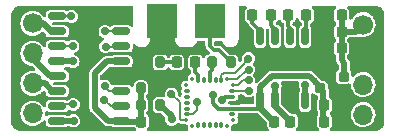
<source format=gbr>
%TF.GenerationSoftware,KiCad,Pcbnew,6.0.2+dfsg-1*%
%TF.CreationDate,2023-02-09T12:57:16+13:00*%
%TF.ProjectId,BRAWN-100_LOGIC,42524157-4e2d-4313-9030-5f4c4f474943,v1.0*%
%TF.SameCoordinates,Original*%
%TF.FileFunction,Copper,L1,Top*%
%TF.FilePolarity,Positive*%
%FSLAX46Y46*%
G04 Gerber Fmt 4.6, Leading zero omitted, Abs format (unit mm)*
G04 Created by KiCad (PCBNEW 6.0.2+dfsg-1) date 2023-02-09 12:57:16*
%MOMM*%
%LPD*%
G01*
G04 APERTURE LIST*
G04 Aperture macros list*
%AMRoundRect*
0 Rectangle with rounded corners*
0 $1 Rounding radius*
0 $2 $3 $4 $5 $6 $7 $8 $9 X,Y pos of 4 corners*
0 Add a 4 corners polygon primitive as box body*
4,1,4,$2,$3,$4,$5,$6,$7,$8,$9,$2,$3,0*
0 Add four circle primitives for the rounded corners*
1,1,$1+$1,$2,$3*
1,1,$1+$1,$4,$5*
1,1,$1+$1,$6,$7*
1,1,$1+$1,$8,$9*
0 Add four rect primitives between the rounded corners*
20,1,$1+$1,$2,$3,$4,$5,0*
20,1,$1+$1,$4,$5,$6,$7,0*
20,1,$1+$1,$6,$7,$8,$9,0*
20,1,$1+$1,$8,$9,$2,$3,0*%
G04 Aperture macros list end*
%TA.AperFunction,SMDPad,CuDef*%
%ADD10RoundRect,0.200000X-0.250000X-0.200000X0.250000X-0.200000X0.250000X0.200000X-0.250000X0.200000X0*%
%TD*%
%TA.AperFunction,SMDPad,CuDef*%
%ADD11RoundRect,0.218750X-0.218750X-0.256250X0.218750X-0.256250X0.218750X0.256250X-0.218750X0.256250X0*%
%TD*%
%TA.AperFunction,SMDPad,CuDef*%
%ADD12RoundRect,0.150000X0.625000X0.150000X-0.625000X0.150000X-0.625000X-0.150000X0.625000X-0.150000X0*%
%TD*%
%TA.AperFunction,SMDPad,CuDef*%
%ADD13RoundRect,0.225000X0.225000X0.250000X-0.225000X0.250000X-0.225000X-0.250000X0.225000X-0.250000X0*%
%TD*%
%TA.AperFunction,ComponentPad*%
%ADD14C,1.400000*%
%TD*%
%TA.AperFunction,ConnectorPad*%
%ADD15R,2.500000X3.000000*%
%TD*%
%TA.AperFunction,ComponentPad*%
%ADD16C,1.700000*%
%TD*%
%TA.AperFunction,ComponentPad*%
%ADD17O,1.700000X1.700000*%
%TD*%
%TA.AperFunction,SMDPad,CuDef*%
%ADD18RoundRect,0.225000X-0.225000X-0.250000X0.225000X-0.250000X0.225000X0.250000X-0.225000X0.250000X0*%
%TD*%
%TA.AperFunction,SMDPad,CuDef*%
%ADD19RoundRect,0.200000X0.200000X0.275000X-0.200000X0.275000X-0.200000X-0.275000X0.200000X-0.275000X0*%
%TD*%
%TA.AperFunction,SMDPad,CuDef*%
%ADD20O,0.500000X0.300000*%
%TD*%
%TA.AperFunction,SMDPad,CuDef*%
%ADD21O,0.650000X0.300000*%
%TD*%
%TA.AperFunction,SMDPad,CuDef*%
%ADD22O,0.300000X0.500000*%
%TD*%
%TA.AperFunction,SMDPad,CuDef*%
%ADD23O,0.300000X0.650000*%
%TD*%
%TA.AperFunction,SMDPad,CuDef*%
%ADD24RoundRect,0.150000X-0.150000X0.625000X-0.150000X-0.625000X0.150000X-0.625000X0.150000X0.625000X0*%
%TD*%
%TA.AperFunction,SMDPad,CuDef*%
%ADD25RoundRect,0.200000X-0.200000X-0.275000X0.200000X-0.275000X0.200000X0.275000X-0.200000X0.275000X0*%
%TD*%
%TA.AperFunction,ViaPad*%
%ADD26C,0.700000*%
%TD*%
%TA.AperFunction,Conductor*%
%ADD27C,0.500000*%
%TD*%
%TA.AperFunction,Conductor*%
%ADD28C,0.200000*%
%TD*%
%TA.AperFunction,Conductor*%
%ADD29C,0.300000*%
%TD*%
G04 APERTURE END LIST*
D10*
%TO.P,U1,3,VIN*%
%TO.N,+BATT*%
X212350000Y-150700000D03*
%TO.P,U1,2,VOUT*%
%TO.N,+3V3*%
X210350000Y-151650000D03*
%TO.P,U1,1,GND*%
%TO.N,GND*%
X210350000Y-149750000D03*
%TD*%
D11*
%TO.P,DS1,1,K*%
%TO.N,Net-(DS1-Pad1)*%
X198212500Y-149500000D03*
%TO.P,DS1,2,A*%
%TO.N,Net-(DS1-Pad2)*%
X199787500Y-149500000D03*
%TD*%
D12*
%TO.P,U4,1,VCC*%
%TO.N,+8V*%
X193500000Y-149405000D03*
%TO.P,U4,2,HIN*%
%TO.N,/FET_P2*%
X193500000Y-148135000D03*
%TO.P,U4,3,LIN*%
%TO.N,/FET_N2*%
X193500000Y-146865000D03*
%TO.P,U4,4,GND*%
%TO.N,GND*%
X193500000Y-145595000D03*
%TO.P,U4,5,LOUT*%
%TO.N,/GATE_N2*%
X188100000Y-145595000D03*
%TO.P,U4,6,VS*%
%TO.N,/MOTOR-*%
X188100000Y-146865000D03*
%TO.P,U4,7,HOUT*%
%TO.N,/GATE_P2*%
X188100000Y-148135000D03*
%TO.P,U4,8,VB*%
%TO.N,+12V*%
X188100000Y-149405000D03*
%TD*%
%TO.P,U3,1,VCC*%
%TO.N,+8V*%
X193500000Y-154455000D03*
%TO.P,U3,2,HIN*%
%TO.N,/FET_P1*%
X193500000Y-153185000D03*
%TO.P,U3,3,LIN*%
%TO.N,/FET_N1*%
X193500000Y-151915000D03*
%TO.P,U3,4,GND*%
%TO.N,GND*%
X193500000Y-150645000D03*
%TO.P,U3,5,LOUT*%
%TO.N,/GATE_N1*%
X188100000Y-150645000D03*
%TO.P,U3,6,VS*%
%TO.N,/MOTOR+*%
X188100000Y-151915000D03*
%TO.P,U3,7,HOUT*%
%TO.N,/GATE_P1*%
X188100000Y-153185000D03*
%TO.P,U3,8,VB*%
%TO.N,+12V*%
X188100000Y-154455000D03*
%TD*%
D13*
%TO.P,C5,1*%
%TO.N,+BATT*%
X212175000Y-146900000D03*
%TO.P,C5,2*%
%TO.N,GND*%
X210625000Y-146900000D03*
%TD*%
D14*
%TO.P,H2,1,1*%
%TO.N,Net-(H2-Pad1)*%
X201000000Y-146000000D03*
D15*
X201000000Y-146000000D03*
%TD*%
D16*
%TO.P,J2,1,Pin_1*%
%TO.N,/MOTOR-*%
X186030000Y-146190000D03*
D17*
%TO.P,J2,2,Pin_2*%
%TO.N,/GATE_N1*%
X186030000Y-148730000D03*
%TO.P,J2,3,Pin_3*%
%TO.N,/MOTOR+*%
X186030000Y-151270000D03*
%TO.P,J2,4,Pin_4*%
%TO.N,/GATE_N2*%
X186030000Y-153810000D03*
%TD*%
D13*
%TO.P,C1,1*%
%TO.N,+BATT*%
X212175000Y-148300000D03*
%TO.P,C1,2*%
%TO.N,GND*%
X210625000Y-148300000D03*
%TD*%
D18*
%TO.P,C7,1*%
%TO.N,+3V3*%
X210725000Y-153100000D03*
%TO.P,C7,2*%
%TO.N,GND*%
X212275000Y-153100000D03*
%TD*%
%TO.P,C13,1*%
%TO.N,+8V*%
X195225000Y-154500000D03*
%TO.P,C13,2*%
%TO.N,GND*%
X196775000Y-154500000D03*
%TD*%
%TO.P,C11,1*%
%TO.N,+12V*%
X207825000Y-154500000D03*
%TO.P,C11,2*%
%TO.N,GND*%
X209375000Y-154500000D03*
%TD*%
D16*
%TO.P,J1,1,Pin_1*%
%TO.N,+BATT*%
X213995000Y-146290000D03*
D17*
%TO.P,J1,2,Pin_2*%
%TO.N,GND*%
X213995000Y-148830000D03*
%TO.P,J1,3,Pin_3*%
%TO.N,/GATE_P1*%
X213995000Y-151370000D03*
%TO.P,J1,4,Pin_4*%
%TO.N,/GATE_P2*%
X213995000Y-153910000D03*
%TD*%
D19*
%TO.P,R4,1*%
%TO.N,+12V*%
X196825000Y-153100000D03*
%TO.P,R4,2*%
%TO.N,+8V*%
X195175000Y-153100000D03*
%TD*%
D20*
%TO.P,U2,1,PC14/OSC32_IN*%
%TO.N,unconnected-(U2-Pad1)*%
X202975000Y-154400000D03*
D21*
%TO.P,U2,2,PC15/OSC32_OUT*%
%TO.N,unconnected-(U2-Pad2)*%
X202900000Y-153900000D03*
%TO.P,U2,3,VDD/VDDA*%
%TO.N,+3V3*%
X202900000Y-153400000D03*
%TO.P,U2,4,VSS/VSSA*%
%TO.N,GND*%
X202900000Y-152900000D03*
%TO.P,U2,5,PF2/NRST*%
%TO.N,/nRST*%
X202900000Y-152400000D03*
%TO.P,U2,6,PA0*%
%TO.N,/FET_N2*%
X202900000Y-151900000D03*
D20*
%TO.P,U2,7,PA1*%
%TO.N,/FET_P2*%
X202975000Y-151400000D03*
D22*
%TO.P,U2,8,PA2*%
%TO.N,/FET_N1*%
X202500000Y-150925000D03*
D23*
%TO.P,U2,9,PA3*%
%TO.N,/FET_P1*%
X202000000Y-151000000D03*
%TO.P,U2,10,PA4*%
%TO.N,unconnected-(U2-Pad10)*%
X201500000Y-151000000D03*
%TO.P,U2,11,PA5*%
%TO.N,/SIGNAL*%
X201000000Y-151000000D03*
%TO.P,U2,12,PA6*%
%TO.N,unconnected-(U2-Pad12)*%
X200500000Y-151000000D03*
%TO.P,U2,13,PA7*%
%TO.N,Net-(DS1-Pad2)*%
X200000000Y-151000000D03*
D22*
%TO.P,U2,14,PB0*%
%TO.N,unconnected-(U2-Pad14)*%
X199500000Y-150925000D03*
D20*
%TO.P,U2,15,PB1*%
%TO.N,unconnected-(U2-Pad15)*%
X199025000Y-151400000D03*
D21*
%TO.P,U2,16,PA8*%
%TO.N,unconnected-(U2-Pad16)*%
X199100000Y-151900000D03*
%TO.P,U2,17,PC6*%
%TO.N,unconnected-(U2-Pad17)*%
X199100000Y-152400000D03*
%TO.P,U2,18,PA9/PA11*%
%TO.N,unconnected-(U2-Pad18)*%
X199100000Y-152900000D03*
%TO.P,U2,19,PA10/PA12*%
%TO.N,unconnected-(U2-Pad19)*%
X199100000Y-153400000D03*
%TO.P,U2,20,SWDIO/PA13*%
%TO.N,/SWDIO*%
X199100000Y-153900000D03*
D20*
%TO.P,U2,21,SWCLK/PA14*%
%TO.N,/SWDCLK*%
X199025000Y-154400000D03*
D22*
%TO.P,U2,22,PA15*%
%TO.N,unconnected-(U2-Pad22)*%
X199500000Y-154875000D03*
D23*
%TO.P,U2,23,PB3*%
%TO.N,unconnected-(U2-Pad23)*%
X200000000Y-154800000D03*
%TO.P,U2,24,PB4*%
%TO.N,unconnected-(U2-Pad24)*%
X200500000Y-154800000D03*
%TO.P,U2,25,PB5*%
%TO.N,unconnected-(U2-Pad25)*%
X201000000Y-154800000D03*
%TO.P,U2,26,PB6*%
%TO.N,unconnected-(U2-Pad26)*%
X201500000Y-154800000D03*
%TO.P,U2,27,PB7*%
%TO.N,unconnected-(U2-Pad27)*%
X202000000Y-154800000D03*
D22*
%TO.P,U2,28,PB8*%
%TO.N,unconnected-(U2-Pad28)*%
X202500000Y-154875000D03*
%TD*%
D18*
%TO.P,C6,1*%
%TO.N,+3V3*%
X210725000Y-154500000D03*
%TO.P,C6,2*%
%TO.N,GND*%
X212275000Y-154500000D03*
%TD*%
D24*
%TO.P,U5,1,C1-*%
%TO.N,Net-(C8-Pad2)*%
X209105000Y-147300000D03*
%TO.P,U5,2,C1+*%
%TO.N,Net-(C8-Pad1)*%
X207835000Y-147300000D03*
%TO.P,U5,3,C2-*%
%TO.N,Net-(C10-Pad2)*%
X206565000Y-147300000D03*
%TO.P,U5,4,C2+*%
%TO.N,Net-(C10-Pad1)*%
X205295000Y-147300000D03*
%TO.P,U5,5,VCC*%
%TO.N,+3V3*%
X205295000Y-152700000D03*
%TO.P,U5,6,VOUT*%
%TO.N,+12V*%
X206565000Y-152700000D03*
%TO.P,U5,7,GND*%
%TO.N,GND*%
X207835000Y-152700000D03*
%TO.P,U5,8,SHDN*%
%TO.N,Net-(JP1-Pad2)*%
X209105000Y-152700000D03*
%TD*%
D18*
%TO.P,C10,1*%
%TO.N,Net-(C10-Pad1)*%
X204625000Y-145500000D03*
%TO.P,C10,2*%
%TO.N,Net-(C10-Pad2)*%
X206175000Y-145500000D03*
%TD*%
D25*
%TO.P,R5,1*%
%TO.N,+8V*%
X195175000Y-151700000D03*
%TO.P,R5,2*%
%TO.N,GND*%
X196825000Y-151700000D03*
%TD*%
D19*
%TO.P,R6,1*%
%TO.N,Net-(H2-Pad1)*%
X202825000Y-149500000D03*
%TO.P,R6,2*%
%TO.N,/SIGNAL*%
X201175000Y-149500000D03*
%TD*%
D14*
%TO.P,H1,1,1*%
%TO.N,GND*%
X197000000Y-146000000D03*
D15*
X197000000Y-146000000D03*
%TD*%
D13*
%TO.P,C2,1*%
%TO.N,+BATT*%
X212175000Y-145500000D03*
%TO.P,C2,2*%
%TO.N,GND*%
X210625000Y-145500000D03*
%TD*%
D19*
%TO.P,R1,1*%
%TO.N,Net-(DS1-Pad1)*%
X196825000Y-149500000D03*
%TO.P,R1,2*%
%TO.N,GND*%
X195175000Y-149500000D03*
%TD*%
D18*
%TO.P,C8,1*%
%TO.N,Net-(C8-Pad1)*%
X207625000Y-145500000D03*
%TO.P,C8,2*%
%TO.N,Net-(C8-Pad2)*%
X209175000Y-145500000D03*
%TD*%
D13*
%TO.P,C9,1*%
%TO.N,+3V3*%
X206475000Y-154500000D03*
%TO.P,C9,2*%
%TO.N,GND*%
X204925000Y-154500000D03*
%TD*%
D26*
%TO.N,GND*%
X190550000Y-146775000D03*
X215200000Y-152625000D03*
X215125000Y-150075000D03*
X215150000Y-147675000D03*
X184700000Y-152600000D03*
X184750000Y-150075000D03*
X184800000Y-147450000D03*
X190775000Y-149725000D03*
X205925000Y-148450000D03*
X204425000Y-147450000D03*
X209450000Y-149750000D03*
X211300000Y-147600000D03*
X209950000Y-147600000D03*
X209900000Y-146350000D03*
X211300000Y-146200000D03*
X210150000Y-145050000D03*
X211200000Y-145050000D03*
X211250000Y-151050000D03*
X212275000Y-152250000D03*
X211700000Y-154946365D03*
X213050000Y-154950000D03*
X190450000Y-154949989D03*
X191747168Y-154952832D03*
X190425000Y-152350000D03*
%TO.N,/FET_N2*%
X192150000Y-146875000D03*
%TO.N,/FET_P2*%
X192200000Y-148150000D03*
%TO.N,/FET_P1*%
X192075000Y-152652450D03*
%TO.N,/FET_N1*%
X192100000Y-151500000D03*
%TO.N,GND*%
X194950000Y-150625000D03*
X197464976Y-150972644D03*
%TO.N,+3V3*%
X201244141Y-152275609D03*
%TO.N,/SWDIO*%
X199972881Y-152852432D03*
%TO.N,/SWDCLK*%
X197752122Y-152156781D03*
%TO.N,/nRST*%
X202036964Y-152700500D03*
%TO.N,/FET_P1*%
X204275000Y-149175000D03*
%TO.N,/FET_P2*%
X204300000Y-151000497D03*
%TO.N,/FET_N2*%
X204300000Y-151900000D03*
%TO.N,GND*%
X203727358Y-152652449D03*
%TO.N,/FET_N1*%
X204300000Y-150100994D03*
%TO.N,/GATE_P2*%
X189417803Y-148114866D03*
%TO.N,/GATE_P1*%
X189450000Y-153051969D03*
%TO.N,/GATE_N2*%
X189305113Y-145600000D03*
%TO.N,GND*%
X192490247Y-145589866D03*
X208796613Y-154955962D03*
X207840247Y-151439866D03*
X192490247Y-150639866D03*
X205497111Y-154950000D03*
X196200000Y-154950000D03*
X209750000Y-154950000D03*
X211315247Y-149739866D03*
X204275000Y-154950000D03*
%TO.N,+12V*%
X206540247Y-151489866D03*
X189440247Y-149414866D03*
X197775000Y-154300972D03*
X189490247Y-154439866D03*
%TO.N,Net-(JP1-Pad2)*%
X209115247Y-151439866D03*
%TD*%
D27*
%TO.N,/GATE_N1*%
X187917151Y-150645000D02*
X187470000Y-150645000D01*
X187470000Y-150645000D02*
X186030000Y-149205000D01*
X186030000Y-149205000D02*
X186030000Y-148730000D01*
D28*
X188100000Y-150645000D02*
X187917151Y-150645000D01*
D27*
%TO.N,/MOTOR-*%
X188300000Y-146865000D02*
X187565000Y-146865000D01*
X187565000Y-146865000D02*
X186890000Y-146190000D01*
X186890000Y-146190000D02*
X186030000Y-146190000D01*
%TO.N,/MOTOR+*%
X188300000Y-151915000D02*
X187690000Y-151915000D01*
X187690000Y-151915000D02*
X187045000Y-151270000D01*
X187045000Y-151270000D02*
X186030000Y-151270000D01*
%TO.N,/GATE_N1*%
X186030000Y-148957849D02*
X186030000Y-148730000D01*
%TO.N,+12V*%
X197775000Y-154300972D02*
X197775000Y-154050000D01*
X197775000Y-154050000D02*
X196825000Y-153100000D01*
D28*
%TO.N,/SWDCLK*%
X197752122Y-152156781D02*
X198475480Y-152880139D01*
X198475480Y-152880139D02*
X198475480Y-154275480D01*
X198475480Y-154275480D02*
X198600000Y-154400000D01*
X198600000Y-154400000D02*
X199025000Y-154400000D01*
D27*
%TO.N,GND*%
X209750000Y-154950000D02*
X209585672Y-154950000D01*
X209585672Y-154950000D02*
X209175000Y-154539328D01*
%TO.N,+3V3*%
X210325381Y-151650000D02*
X210325381Y-151525381D01*
X209445927Y-150639866D02*
X206259567Y-150639866D01*
X210325381Y-151525381D02*
X209914758Y-151114758D01*
X209914758Y-151114758D02*
X209914758Y-151108697D01*
X209914758Y-151108697D02*
X209445927Y-150639866D01*
X206259567Y-150639866D02*
X205295000Y-151604433D01*
X205295000Y-151604433D02*
X205295000Y-152700000D01*
%TO.N,+BATT*%
X212175000Y-146900000D02*
X213385000Y-146900000D01*
X213385000Y-146900000D02*
X213995000Y-146290000D01*
D28*
%TO.N,/FET_N2*%
X192150000Y-146875000D02*
X193490000Y-146875000D01*
X193490000Y-146875000D02*
X193500000Y-146865000D01*
%TO.N,/FET_P2*%
X192200000Y-148150000D02*
X193485000Y-148150000D01*
X193485000Y-148150000D02*
X193500000Y-148135000D01*
D27*
%TO.N,+8V*%
X193700000Y-149405000D02*
X192295000Y-149405000D01*
X192295000Y-149405000D02*
X191275000Y-150425000D01*
X191275000Y-150425000D02*
X191275000Y-153350000D01*
X191275000Y-153350000D02*
X192380000Y-154455000D01*
X192380000Y-154455000D02*
X193700000Y-154455000D01*
D28*
%TO.N,/FET_N1*%
X192100000Y-151500000D02*
X192515000Y-151915000D01*
X192515000Y-151915000D02*
X193500000Y-151915000D01*
%TO.N,/FET_P1*%
X192075000Y-152652450D02*
X192607550Y-153185000D01*
X192607550Y-153185000D02*
X193500000Y-153185000D01*
%TO.N,GND*%
X194950000Y-150625000D02*
X194950000Y-149725000D01*
X194950000Y-149725000D02*
X195175000Y-149500000D01*
X197464976Y-150972644D02*
X197464976Y-151060024D01*
X197464976Y-151060024D02*
X196825000Y-151700000D01*
%TO.N,/FET_P1*%
X204275000Y-149175000D02*
X204275000Y-149207446D01*
X204275000Y-149207446D02*
X203622411Y-149860035D01*
X203622411Y-149860035D02*
X203622411Y-149884016D01*
X203622411Y-149884016D02*
X203130947Y-150375480D01*
X202000000Y-150575000D02*
X202000000Y-151000000D01*
X203130947Y-150375480D02*
X202199520Y-150375480D01*
X202199520Y-150375480D02*
X202000000Y-150575000D01*
%TO.N,/FET_N1*%
X204300000Y-150100994D02*
X204149006Y-150100994D01*
X204149006Y-150100994D02*
X203349520Y-150900480D01*
X203349520Y-150900480D02*
X202524520Y-150900480D01*
X202524520Y-150900480D02*
X202500000Y-150925000D01*
D29*
%TO.N,+3V3*%
X201244141Y-152275609D02*
X201244141Y-152896936D01*
X201244141Y-152896936D02*
X201747205Y-153400000D01*
X201747205Y-153400000D02*
X202900000Y-153400000D01*
%TO.N,/nRST*%
X202036964Y-152700500D02*
X202337464Y-152400000D01*
X202337464Y-152400000D02*
X202900000Y-152400000D01*
D28*
%TO.N,/SWDIO*%
X199972881Y-152852432D02*
X199972881Y-153527119D01*
X199972881Y-153527119D02*
X199600000Y-153900000D01*
X199600000Y-153900000D02*
X199100000Y-153900000D01*
D27*
%TO.N,+8V*%
X195175000Y-153100000D02*
X195175000Y-151700000D01*
D28*
%TO.N,/FET_P2*%
X204300000Y-151000497D02*
X203824503Y-151000497D01*
X203824503Y-151000497D02*
X203424520Y-151400480D01*
X203424520Y-151400480D02*
X202975480Y-151400480D01*
X202975480Y-151400480D02*
X202975000Y-151400000D01*
%TO.N,/FET_N2*%
X204300000Y-151900000D02*
X202900000Y-151900000D01*
D29*
%TO.N,GND*%
X203727358Y-152652449D02*
X203479807Y-152900000D01*
X203479807Y-152900000D02*
X202900000Y-152900000D01*
%TO.N,+3V3*%
X202900000Y-153400000D02*
X205295000Y-153400000D01*
X205295000Y-153400000D02*
X205295000Y-152700000D01*
D28*
%TO.N,/GATE_P2*%
X188120134Y-148114866D02*
X188100000Y-148135000D01*
X189417803Y-148114866D02*
X188120134Y-148114866D01*
%TO.N,/GATE_P1*%
X189450000Y-153051969D02*
X188233031Y-153051969D01*
X188233031Y-153051969D02*
X188100000Y-153185000D01*
%TO.N,/GATE_N2*%
X188105000Y-145600000D02*
X188100000Y-145595000D01*
X189305113Y-145600000D02*
X188105000Y-145600000D01*
D27*
%TO.N,/GATE_N1*%
X188300000Y-150645000D02*
X187917151Y-150645000D01*
%TO.N,+BATT*%
X212415247Y-149539866D02*
X212415247Y-150684753D01*
X212175000Y-148300000D02*
X212175000Y-149299619D01*
X212175000Y-145500000D02*
X212175000Y-148300000D01*
X212175000Y-149299619D02*
X212415247Y-149539866D01*
%TO.N,GND*%
X192490247Y-145589866D02*
X193745134Y-145589866D01*
X209375000Y-154500000D02*
X209282151Y-154500000D01*
X210625000Y-145500000D02*
X210625000Y-148300000D01*
X192490247Y-150639866D02*
X193745134Y-150639866D01*
X210625000Y-148300000D02*
X210625000Y-149475000D01*
X211315247Y-149739866D02*
X210360134Y-149739866D01*
X210625000Y-149475000D02*
X210350000Y-149750000D01*
X196237277Y-154967836D02*
X196740247Y-154464866D01*
X196825000Y-154450000D02*
X196775000Y-154500000D01*
X196904613Y-154489866D02*
X196715247Y-154489866D01*
%TO.N,+3V3*%
X210625000Y-154500000D02*
X210625000Y-153100000D01*
X206475000Y-154500000D02*
X205295000Y-153320000D01*
X205295000Y-153320000D02*
X205295000Y-152700000D01*
X210625000Y-153100000D02*
X210625000Y-151875000D01*
D29*
%TO.N,Net-(C8-Pad1)*%
X207835000Y-146610000D02*
X207625000Y-146400000D01*
X207835000Y-147300000D02*
X207835000Y-146610000D01*
X207625000Y-146400000D02*
X207625000Y-145500000D01*
%TO.N,Net-(C8-Pad2)*%
X209105000Y-147300000D02*
X209175000Y-147230000D01*
X209175000Y-147230000D02*
X209175000Y-145500000D01*
%TO.N,Net-(C10-Pad1)*%
X204625000Y-146125000D02*
X204625000Y-145500000D01*
X205295000Y-147300000D02*
X205295000Y-146795000D01*
X205295000Y-146795000D02*
X204625000Y-146125000D01*
%TO.N,Net-(C10-Pad2)*%
X206175000Y-146350000D02*
X206175000Y-145500000D01*
X206565000Y-147300000D02*
X206565000Y-146740000D01*
X206565000Y-146740000D02*
X206175000Y-146350000D01*
D27*
%TO.N,+12V*%
X189440247Y-149414866D02*
X188485134Y-149414866D01*
X207825000Y-154421085D02*
X206565000Y-153161085D01*
X206540247Y-151489866D02*
X206540247Y-152444979D01*
X189490247Y-154439866D02*
X188535134Y-154439866D01*
X207825000Y-154500000D02*
X207825000Y-154421085D01*
X206565000Y-153161085D02*
X206565000Y-152700000D01*
D29*
%TO.N,/SIGNAL*%
X201175000Y-150150000D02*
X201000000Y-150325000D01*
X201175000Y-149500000D02*
X201175000Y-150150000D01*
X201000000Y-150325000D02*
X201000000Y-151000000D01*
D27*
%TO.N,+8V*%
X195225000Y-154500000D02*
X193545000Y-154500000D01*
X195175000Y-154450000D02*
X195225000Y-154500000D01*
X195175000Y-153100000D02*
X195175000Y-154450000D01*
X193545000Y-154500000D02*
X193500000Y-154455000D01*
%TO.N,Net-(JP1-Pad2)*%
X209115247Y-151439866D02*
X209115247Y-152694753D01*
%TO.N,GND*%
X207840247Y-151439866D02*
X207840247Y-152694753D01*
D29*
%TO.N,Net-(H2-Pad1)*%
X201000000Y-146000000D02*
X201000000Y-148100000D01*
X201000000Y-148100000D02*
X201350000Y-148450000D01*
X201775000Y-148450000D02*
X202825000Y-149500000D01*
X201350000Y-148450000D02*
X201775000Y-148450000D01*
%TO.N,Net-(DS1-Pad1)*%
X198212500Y-149500000D02*
X196825000Y-149500000D01*
%TO.N,Net-(DS1-Pad2)*%
X199787500Y-150312500D02*
X199787500Y-149500000D01*
X200000000Y-151000000D02*
X200000000Y-150525000D01*
X200000000Y-150525000D02*
X199787500Y-150312500D01*
%TD*%
%TA.AperFunction,Conductor*%
%TO.N,GND*%
G36*
X194492121Y-144720002D02*
G01*
X194538614Y-144773658D01*
X194550000Y-144826000D01*
X194550000Y-146340160D01*
X194529998Y-146408281D01*
X194476342Y-146454774D01*
X194406068Y-146464878D01*
X194347803Y-146438268D01*
X194347200Y-146439113D01*
X194342834Y-146435999D01*
X194341488Y-146435384D01*
X194339896Y-146433903D01*
X194338720Y-146433064D01*
X194331350Y-146425707D01*
X194321449Y-146420867D01*
X194277057Y-146399168D01*
X194226518Y-146374464D01*
X194196027Y-146370016D01*
X194162744Y-146365160D01*
X194162740Y-146365160D01*
X194158218Y-146364500D01*
X192841782Y-146364500D01*
X192837232Y-146365170D01*
X192837229Y-146365170D01*
X192782574Y-146373216D01*
X192782573Y-146373216D01*
X192772888Y-146374642D01*
X192735365Y-146393065D01*
X192677493Y-146421478D01*
X192677491Y-146421479D01*
X192668145Y-146426068D01*
X192660786Y-146433439D01*
X192660787Y-146433439D01*
X192660008Y-146434219D01*
X192658688Y-146434942D01*
X192652319Y-146439501D01*
X192651766Y-146438729D01*
X192597728Y-146468302D01*
X192526907Y-146463302D01*
X192494127Y-146445168D01*
X192486236Y-146439113D01*
X192427625Y-146394139D01*
X192293709Y-146338670D01*
X192150000Y-146319750D01*
X192006291Y-146338670D01*
X191872375Y-146394139D01*
X191757379Y-146482379D01*
X191669139Y-146597375D01*
X191613670Y-146731291D01*
X191594750Y-146875000D01*
X191613670Y-147018709D01*
X191669139Y-147152625D01*
X191757379Y-147267621D01*
X191872375Y-147355861D01*
X191880002Y-147359020D01*
X191880007Y-147359023D01*
X191994499Y-147406446D01*
X192049781Y-147450994D01*
X192072202Y-147518357D01*
X192054644Y-147587148D01*
X192002682Y-147635527D01*
X191994500Y-147639264D01*
X191981517Y-147644642D01*
X191922375Y-147669139D01*
X191807379Y-147757379D01*
X191719139Y-147872375D01*
X191663670Y-148006291D01*
X191644750Y-148150000D01*
X191663670Y-148293709D01*
X191719139Y-148427625D01*
X191807379Y-148542621D01*
X191922375Y-148630861D01*
X192056291Y-148686330D01*
X192200000Y-148705250D01*
X192343709Y-148686330D01*
X192477625Y-148630861D01*
X192535307Y-148586600D01*
X192601527Y-148560999D01*
X192668440Y-148574723D01*
X192668650Y-148574293D01*
X192669530Y-148574723D01*
X192773482Y-148625536D01*
X192803973Y-148629984D01*
X192837256Y-148634840D01*
X192837260Y-148634840D01*
X192841782Y-148635500D01*
X194158218Y-148635500D01*
X194162768Y-148634830D01*
X194162771Y-148634830D01*
X194217426Y-148626784D01*
X194217427Y-148626784D01*
X194227112Y-148625358D01*
X194287464Y-148595727D01*
X194322507Y-148578522D01*
X194322509Y-148578521D01*
X194331855Y-148573932D01*
X194393167Y-148512513D01*
X194406935Y-148498721D01*
X194406935Y-148498720D01*
X194414293Y-148491350D01*
X194465536Y-148386518D01*
X194474110Y-148327749D01*
X194474840Y-148322744D01*
X194474840Y-148322740D01*
X194475500Y-148318218D01*
X194475500Y-148011831D01*
X194495502Y-147943710D01*
X194549158Y-147897217D01*
X194619432Y-147887113D01*
X194684012Y-147916607D01*
X194698896Y-147931894D01*
X194752631Y-147997369D01*
X194757411Y-148001292D01*
X194798857Y-148035306D01*
X194859219Y-148084845D01*
X194980825Y-148149845D01*
X194989080Y-148152349D01*
X195106858Y-148188076D01*
X195106860Y-148188076D01*
X195112776Y-148189871D01*
X195189144Y-148197393D01*
X195227454Y-148201167D01*
X195240665Y-148203339D01*
X195242332Y-148203531D01*
X195249284Y-148205142D01*
X195250000Y-148205143D01*
X195256937Y-148203561D01*
X195258391Y-148203398D01*
X195271460Y-148201274D01*
X195323459Y-148196152D01*
X195387224Y-148189871D01*
X195393140Y-148188076D01*
X195393142Y-148188076D01*
X195510920Y-148152349D01*
X195519175Y-148149845D01*
X195640781Y-148084845D01*
X195701144Y-148035306D01*
X195742589Y-148001292D01*
X195747369Y-147997369D01*
X195775763Y-147962771D01*
X195830919Y-147895565D01*
X195830920Y-147895564D01*
X195834845Y-147890781D01*
X195840606Y-147880004D01*
X195880369Y-147805612D01*
X195899845Y-147769175D01*
X195928386Y-147675087D01*
X195938076Y-147643142D01*
X195938076Y-147643140D01*
X195939871Y-147637224D01*
X195951167Y-147522546D01*
X195953339Y-147509335D01*
X195953531Y-147507669D01*
X195955142Y-147500716D01*
X195955143Y-147500000D01*
X195953154Y-147491282D01*
X195950000Y-147463267D01*
X195950000Y-144826000D01*
X195970002Y-144757879D01*
X196023658Y-144711386D01*
X196076000Y-144700000D01*
X197924000Y-144700000D01*
X197992121Y-144720002D01*
X198038614Y-144773658D01*
X198050000Y-144826000D01*
X198050000Y-147462688D01*
X198046746Y-147491137D01*
X198044858Y-147499284D01*
X198044857Y-147500000D01*
X198046439Y-147506937D01*
X198046602Y-147508391D01*
X198048726Y-147521460D01*
X198052485Y-147559616D01*
X198060129Y-147637224D01*
X198061924Y-147643140D01*
X198061924Y-147643142D01*
X198071614Y-147675087D01*
X198100155Y-147769175D01*
X198119631Y-147805612D01*
X198159395Y-147880004D01*
X198165155Y-147890781D01*
X198169080Y-147895564D01*
X198169081Y-147895565D01*
X198224237Y-147962771D01*
X198252631Y-147997369D01*
X198257411Y-148001292D01*
X198298857Y-148035306D01*
X198359219Y-148084845D01*
X198480825Y-148149845D01*
X198489080Y-148152349D01*
X198606858Y-148188076D01*
X198606860Y-148188076D01*
X198612776Y-148189871D01*
X198689144Y-148197393D01*
X198727454Y-148201167D01*
X198740665Y-148203339D01*
X198742331Y-148203531D01*
X198749284Y-148205142D01*
X198750000Y-148205143D01*
X198758718Y-148203154D01*
X198786733Y-148200000D01*
X199212688Y-148200000D01*
X199241137Y-148203254D01*
X199249284Y-148205142D01*
X199250000Y-148205143D01*
X199256937Y-148203561D01*
X199258391Y-148203398D01*
X199271460Y-148201274D01*
X199323459Y-148196152D01*
X199387224Y-148189871D01*
X199393140Y-148188076D01*
X199393142Y-148188076D01*
X199510920Y-148152349D01*
X199519175Y-148149845D01*
X199640781Y-148084845D01*
X199701144Y-148035306D01*
X199742589Y-148001292D01*
X199747369Y-147997369D01*
X199775763Y-147962771D01*
X199830919Y-147895565D01*
X199830920Y-147895564D01*
X199834845Y-147890781D01*
X199838747Y-147883482D01*
X199899845Y-147769175D01*
X199901877Y-147770261D01*
X199939971Y-147722996D01*
X200011825Y-147700500D01*
X200523500Y-147700500D01*
X200591621Y-147720502D01*
X200638114Y-147774158D01*
X200649500Y-147826500D01*
X200649500Y-148049176D01*
X200647467Y-148068275D01*
X200647240Y-148073083D01*
X200645049Y-148083261D01*
X200646938Y-148099218D01*
X200648627Y-148113491D01*
X200648937Y-148118746D01*
X200649072Y-148118735D01*
X200649500Y-148123914D01*
X200649500Y-148129115D01*
X200650354Y-148134243D01*
X200650354Y-148134249D01*
X200652389Y-148146473D01*
X200653226Y-148152349D01*
X200657455Y-148188076D01*
X200658764Y-148199138D01*
X200662423Y-148206758D01*
X200663812Y-148215103D01*
X200668757Y-148224267D01*
X200686192Y-148256580D01*
X200688884Y-148261865D01*
X200709274Y-148304326D01*
X200712592Y-148308274D01*
X200714525Y-148310207D01*
X200715990Y-148311804D01*
X200716254Y-148312294D01*
X200716234Y-148312313D01*
X200716313Y-148312402D01*
X200719222Y-148317794D01*
X200726870Y-148324864D01*
X200726871Y-148324865D01*
X200755636Y-148351455D01*
X200759202Y-148354884D01*
X201015099Y-148610781D01*
X201049125Y-148673093D01*
X201044060Y-148743908D01*
X201001513Y-148800744D01*
X200943203Y-148822737D01*
X200943482Y-148824501D01*
X200859494Y-148837802D01*
X200859492Y-148837803D01*
X200849696Y-148839354D01*
X200736658Y-148896950D01*
X200646950Y-148986658D01*
X200619369Y-149040788D01*
X200608637Y-149061851D01*
X200559888Y-149113466D01*
X200490973Y-149130532D01*
X200423772Y-149107631D01*
X200384103Y-149061851D01*
X200383580Y-149060825D01*
X200349658Y-148994249D01*
X200255751Y-148900342D01*
X200137420Y-148840049D01*
X200039246Y-148824500D01*
X199535754Y-148824500D01*
X199437580Y-148840049D01*
X199319249Y-148900342D01*
X199225342Y-148994249D01*
X199165049Y-149112580D01*
X199149500Y-149210754D01*
X199149500Y-149789246D01*
X199165049Y-149887420D01*
X199225342Y-150005751D01*
X199319249Y-150099658D01*
X199328081Y-150104158D01*
X199328084Y-150104160D01*
X199368202Y-150124601D01*
X199419818Y-150173349D01*
X199437000Y-150236868D01*
X199437000Y-150261676D01*
X199434967Y-150280775D01*
X199434740Y-150285583D01*
X199432549Y-150295761D01*
X199435498Y-150320673D01*
X199436127Y-150325991D01*
X199436437Y-150331246D01*
X199436572Y-150331235D01*
X199437000Y-150336414D01*
X199437000Y-150341615D01*
X199437854Y-150346743D01*
X199437854Y-150346749D01*
X199439889Y-150358973D01*
X199440724Y-150364834D01*
X199441008Y-150367231D01*
X199429160Y-150437232D01*
X199381347Y-150489715D01*
X199368020Y-150496608D01*
X199358875Y-150498880D01*
X199350129Y-150504527D01*
X199350127Y-150504528D01*
X199278548Y-150550746D01*
X199260848Y-150562175D01*
X199188608Y-150653811D01*
X199185158Y-150663635D01*
X199185157Y-150663637D01*
X199166655Y-150716323D01*
X199149945Y-150763906D01*
X199149500Y-150769044D01*
X199149500Y-150923500D01*
X199129498Y-150991621D01*
X199075842Y-151038114D01*
X199023500Y-151049500D01*
X198895885Y-151049500D01*
X198890756Y-151050354D01*
X198890752Y-151050354D01*
X198820169Y-151062102D01*
X198820167Y-151062103D01*
X198809897Y-151063812D01*
X198754925Y-151093474D01*
X198729155Y-151107379D01*
X198707206Y-151119222D01*
X198700135Y-151126871D01*
X198700134Y-151126872D01*
X198682915Y-151145500D01*
X198627999Y-151204907D01*
X198580818Y-151311629D01*
X198579919Y-151322003D01*
X198579919Y-151322005D01*
X198576577Y-151360595D01*
X198570749Y-151427880D01*
X198598880Y-151541125D01*
X198604531Y-151549877D01*
X198623146Y-151578707D01*
X198643294Y-151646785D01*
X198626215Y-151704118D01*
X198627999Y-151704907D01*
X198580818Y-151811629D01*
X198579919Y-151822003D01*
X198579919Y-151822005D01*
X198578203Y-151841818D01*
X198570749Y-151927880D01*
X198598880Y-152041125D01*
X198604531Y-152049877D01*
X198623146Y-152078707D01*
X198643294Y-152146785D01*
X198626215Y-152204118D01*
X198627999Y-152204907D01*
X198580818Y-152311629D01*
X198578323Y-152310526D01*
X198549996Y-152358111D01*
X198486462Y-152389798D01*
X198415884Y-152382107D01*
X198375176Y-152354863D01*
X198336153Y-152315840D01*
X198302127Y-152253528D01*
X198300326Y-152210298D01*
X198300787Y-152206801D01*
X198307372Y-152156781D01*
X198288452Y-152013072D01*
X198232983Y-151879156D01*
X198144743Y-151764160D01*
X198029747Y-151675920D01*
X197895831Y-151620451D01*
X197752122Y-151601531D01*
X197608413Y-151620451D01*
X197474497Y-151675920D01*
X197359501Y-151764160D01*
X197271261Y-151879156D01*
X197215792Y-152013072D01*
X197196872Y-152156781D01*
X197197950Y-152164968D01*
X197197950Y-152164970D01*
X197213833Y-152285614D01*
X197202894Y-152355762D01*
X197155766Y-152408861D01*
X197087412Y-152428051D01*
X197069199Y-152426508D01*
X197056519Y-152424500D01*
X196825047Y-152424500D01*
X196593482Y-152424501D01*
X196588589Y-152425276D01*
X196588588Y-152425276D01*
X196509494Y-152437802D01*
X196509492Y-152437803D01*
X196499696Y-152439354D01*
X196386658Y-152496950D01*
X196296950Y-152586658D01*
X196239354Y-152699696D01*
X196237804Y-152709485D01*
X196237803Y-152709487D01*
X196235018Y-152727074D01*
X196224500Y-152793481D01*
X196224501Y-153406518D01*
X196225276Y-153411409D01*
X196225276Y-153411412D01*
X196237527Y-153488765D01*
X196239354Y-153500304D01*
X196243855Y-153509137D01*
X196243857Y-153509142D01*
X196247691Y-153516667D01*
X196296950Y-153613342D01*
X196386658Y-153703050D01*
X196499696Y-153760646D01*
X196509485Y-153762196D01*
X196509487Y-153762197D01*
X196535685Y-153766346D01*
X196593481Y-153775500D01*
X196616876Y-153775500D01*
X196811206Y-153775499D01*
X196879326Y-153795501D01*
X196900301Y-153812404D01*
X197195488Y-154107591D01*
X197229514Y-154169903D01*
X197231315Y-154213130D01*
X197219750Y-154300972D01*
X197238670Y-154444681D01*
X197294139Y-154578597D01*
X197382379Y-154693593D01*
X197497375Y-154781833D01*
X197631291Y-154837302D01*
X197775000Y-154856222D01*
X197918709Y-154837302D01*
X198052625Y-154781833D01*
X198167621Y-154693593D01*
X198210845Y-154637262D01*
X198268181Y-154595396D01*
X198339052Y-154591174D01*
X198399901Y-154624872D01*
X198407277Y-154632248D01*
X198411247Y-154634972D01*
X198413895Y-154637297D01*
X198436646Y-154658401D01*
X198447453Y-154662713D01*
X198451438Y-154665232D01*
X198462247Y-154671004D01*
X198466552Y-154672911D01*
X198476146Y-154679493D01*
X198500099Y-154685177D01*
X198500136Y-154685186D01*
X198517732Y-154690751D01*
X198540622Y-154699883D01*
X198546915Y-154700500D01*
X198549997Y-154700500D01*
X198553067Y-154700650D01*
X198553056Y-154700866D01*
X198564431Y-154702198D01*
X198573745Y-154702653D01*
X198585066Y-154705340D01*
X198596595Y-154703771D01*
X198596596Y-154703771D01*
X198612173Y-154701651D01*
X198629164Y-154700500D01*
X198705197Y-154700500D01*
X198753299Y-154712850D01*
X198753811Y-154711392D01*
X198863906Y-154750055D01*
X198869044Y-154750500D01*
X199023500Y-154750500D01*
X199091621Y-154770502D01*
X199138114Y-154824158D01*
X199149500Y-154876500D01*
X199149500Y-155004115D01*
X199150354Y-155009244D01*
X199150354Y-155009248D01*
X199156066Y-155043567D01*
X199163812Y-155090103D01*
X199168756Y-155099265D01*
X199168758Y-155099272D01*
X199176796Y-155114169D01*
X199191540Y-155183618D01*
X199166397Y-155250013D01*
X199109349Y-155292275D01*
X199065908Y-155300000D01*
X195805938Y-155300000D01*
X195737817Y-155279998D01*
X195691324Y-155226342D01*
X195681220Y-155156068D01*
X195710714Y-155091488D01*
X195716843Y-155084905D01*
X195798528Y-155003220D01*
X195859719Y-154883126D01*
X195861487Y-154871967D01*
X195868777Y-154825937D01*
X195875500Y-154783488D01*
X195875500Y-154216512D01*
X195864969Y-154150022D01*
X195861270Y-154126665D01*
X195861269Y-154126663D01*
X195859719Y-154116874D01*
X195798528Y-153996780D01*
X195703220Y-153901472D01*
X195694296Y-153896925D01*
X195694213Y-153896847D01*
X195686360Y-153891141D01*
X195687097Y-153890126D01*
X195642682Y-153848178D01*
X195625500Y-153784659D01*
X195625500Y-153743082D01*
X195645502Y-153674961D01*
X195662405Y-153653987D01*
X195703050Y-153613342D01*
X195760646Y-153500304D01*
X195763089Y-153484883D01*
X195769658Y-153443401D01*
X195775500Y-153406519D01*
X195775499Y-152793482D01*
X195769405Y-152755002D01*
X195762198Y-152709494D01*
X195762197Y-152709492D01*
X195760646Y-152699696D01*
X195755456Y-152689509D01*
X195741274Y-152661677D01*
X195703050Y-152586658D01*
X195662405Y-152546013D01*
X195628379Y-152483701D01*
X195625500Y-152456918D01*
X195625500Y-152343082D01*
X195645502Y-152274961D01*
X195662405Y-152253987D01*
X195703050Y-152213342D01*
X195760646Y-152100304D01*
X195762713Y-152087258D01*
X195768633Y-152049877D01*
X195775500Y-152006519D01*
X195775499Y-151393482D01*
X195773245Y-151379251D01*
X195762198Y-151309494D01*
X195762197Y-151309492D01*
X195760646Y-151299696D01*
X195754278Y-151287197D01*
X195730373Y-151240283D01*
X195703050Y-151186658D01*
X195613342Y-151096950D01*
X195500304Y-151039354D01*
X195490515Y-151037804D01*
X195490513Y-151037803D01*
X195463151Y-151033470D01*
X195406519Y-151024500D01*
X195175047Y-151024500D01*
X194943482Y-151024501D01*
X194938589Y-151025276D01*
X194938588Y-151025276D01*
X194859494Y-151037802D01*
X194859492Y-151037803D01*
X194849696Y-151039354D01*
X194736658Y-151096950D01*
X194646950Y-151186658D01*
X194589354Y-151299696D01*
X194587804Y-151309485D01*
X194587803Y-151309487D01*
X194585427Y-151324491D01*
X194574500Y-151393481D01*
X194574500Y-151414617D01*
X194554498Y-151482738D01*
X194500842Y-151529231D01*
X194430568Y-151539335D01*
X194365988Y-151509841D01*
X194359482Y-151503790D01*
X194338721Y-151483065D01*
X194338720Y-151483065D01*
X194331350Y-151475707D01*
X194312470Y-151466478D01*
X194254185Y-151437988D01*
X194226518Y-151424464D01*
X194196027Y-151420016D01*
X194162744Y-151415160D01*
X194162740Y-151415160D01*
X194158218Y-151414500D01*
X192841782Y-151414500D01*
X192837232Y-151415170D01*
X192837229Y-151415170D01*
X192772888Y-151424642D01*
X192772493Y-151421961D01*
X192716371Y-151422838D01*
X192656052Y-151385392D01*
X192633567Y-151349620D01*
X192613221Y-151300500D01*
X192580861Y-151222375D01*
X192492621Y-151107379D01*
X192377625Y-151019139D01*
X192243709Y-150963670D01*
X192100000Y-150944750D01*
X191956291Y-150963670D01*
X191899718Y-150987103D01*
X191829128Y-150994692D01*
X191765641Y-150962912D01*
X191729414Y-150901854D01*
X191725500Y-150870694D01*
X191725500Y-150663793D01*
X191745502Y-150595672D01*
X191762405Y-150574698D01*
X192444698Y-149892405D01*
X192507010Y-149858379D01*
X192533793Y-149855500D01*
X192662430Y-149855500D01*
X192717763Y-149868300D01*
X192773482Y-149895536D01*
X192796452Y-149898887D01*
X192837256Y-149904840D01*
X192837260Y-149904840D01*
X192841782Y-149905500D01*
X194158218Y-149905500D01*
X194162768Y-149904830D01*
X194162771Y-149904830D01*
X194217426Y-149896784D01*
X194217427Y-149896784D01*
X194227112Y-149895358D01*
X194308294Y-149855500D01*
X194322507Y-149848522D01*
X194322509Y-149848521D01*
X194331855Y-149843932D01*
X194414293Y-149761350D01*
X194465536Y-149656518D01*
X194473811Y-149599798D01*
X194474840Y-149592744D01*
X194474840Y-149592740D01*
X194475500Y-149588218D01*
X194475500Y-149221782D01*
X194473157Y-149205862D01*
X194471334Y-149193481D01*
X196224500Y-149193481D01*
X196224501Y-149806518D01*
X196225276Y-149811409D01*
X196225276Y-149811412D01*
X196237791Y-149890433D01*
X196239354Y-149900304D01*
X196296950Y-150013342D01*
X196386658Y-150103050D01*
X196499696Y-150160646D01*
X196509485Y-150162196D01*
X196509487Y-150162197D01*
X196536849Y-150166530D01*
X196593481Y-150175500D01*
X196824953Y-150175500D01*
X197056518Y-150175499D01*
X197061412Y-150174724D01*
X197140506Y-150162198D01*
X197140508Y-150162197D01*
X197150304Y-150160646D01*
X197162414Y-150154476D01*
X197193104Y-150138838D01*
X197263342Y-150103050D01*
X197353050Y-150013342D01*
X197391363Y-149938149D01*
X197440112Y-149886534D01*
X197509027Y-149869468D01*
X197576228Y-149892369D01*
X197615897Y-149938149D01*
X197650342Y-150005751D01*
X197744249Y-150099658D01*
X197817568Y-150137016D01*
X197851835Y-150154476D01*
X197862580Y-150159951D01*
X197960754Y-150175500D01*
X198464246Y-150175500D01*
X198562420Y-150159951D01*
X198573166Y-150154476D01*
X198607432Y-150137016D01*
X198680751Y-150099658D01*
X198774658Y-150005751D01*
X198834951Y-149887420D01*
X198850500Y-149789246D01*
X198850500Y-149210754D01*
X198834951Y-149112580D01*
X198774658Y-148994249D01*
X198680751Y-148900342D01*
X198562420Y-148840049D01*
X198464246Y-148824500D01*
X197960754Y-148824500D01*
X197862580Y-148840049D01*
X197744249Y-148900342D01*
X197650342Y-148994249D01*
X197616420Y-149060825D01*
X197615897Y-149061851D01*
X197567149Y-149113466D01*
X197498234Y-149130532D01*
X197431032Y-149107631D01*
X197391363Y-149061851D01*
X197380631Y-149040788D01*
X197353050Y-148986658D01*
X197263342Y-148896950D01*
X197150304Y-148839354D01*
X197140515Y-148837804D01*
X197140513Y-148837803D01*
X197113151Y-148833470D01*
X197056519Y-148824500D01*
X196825047Y-148824500D01*
X196593482Y-148824501D01*
X196588589Y-148825276D01*
X196588588Y-148825276D01*
X196509494Y-148837802D01*
X196509492Y-148837803D01*
X196499696Y-148839354D01*
X196386658Y-148896950D01*
X196296950Y-148986658D01*
X196239354Y-149099696D01*
X196224500Y-149193481D01*
X194471334Y-149193481D01*
X194466784Y-149162574D01*
X194466784Y-149162573D01*
X194465358Y-149152888D01*
X194433307Y-149087608D01*
X194418522Y-149057493D01*
X194418521Y-149057491D01*
X194413932Y-149048145D01*
X194343979Y-148978314D01*
X194338721Y-148973065D01*
X194338720Y-148973065D01*
X194331350Y-148965707D01*
X194321357Y-148960822D01*
X194276783Y-148939034D01*
X194226518Y-148914464D01*
X194196027Y-148910016D01*
X194162744Y-148905160D01*
X194162740Y-148905160D01*
X194158218Y-148904500D01*
X192841782Y-148904500D01*
X192837232Y-148905170D01*
X192837229Y-148905170D01*
X192813575Y-148908652D01*
X192772888Y-148914642D01*
X192764097Y-148918958D01*
X192764094Y-148918959D01*
X192717974Y-148941603D01*
X192662444Y-148954500D01*
X192329220Y-148954500D01*
X192314411Y-148953627D01*
X192290043Y-148950743D01*
X192280690Y-148949636D01*
X192271426Y-148951328D01*
X192271422Y-148951328D01*
X192222989Y-148960173D01*
X192219088Y-148960822D01*
X192170355Y-148968149D01*
X192170347Y-148968151D01*
X192161038Y-148969551D01*
X192154528Y-148972677D01*
X192147427Y-148973974D01*
X192139072Y-148978314D01*
X192095363Y-149001018D01*
X192091825Y-149002786D01*
X192047411Y-149024114D01*
X192038921Y-149028191D01*
X192033635Y-149033078D01*
X192033595Y-149033105D01*
X192027212Y-149036420D01*
X192022172Y-149040725D01*
X191984945Y-149077952D01*
X191981380Y-149081381D01*
X191939444Y-149120146D01*
X191935751Y-149126505D01*
X191930234Y-149132663D01*
X190980650Y-150082247D01*
X190969561Y-150092101D01*
X190950291Y-150107293D01*
X190950289Y-150107295D01*
X190942890Y-150113128D01*
X190937535Y-150120875D01*
X190937534Y-150120877D01*
X190926380Y-150137016D01*
X190911692Y-150158269D01*
X190909545Y-150161375D01*
X190907250Y-150164587D01*
X190900336Y-150173948D01*
X190878867Y-150203015D01*
X190872366Y-150211816D01*
X190869973Y-150218632D01*
X190865869Y-150224569D01*
X190863029Y-150233549D01*
X190863028Y-150233551D01*
X190862091Y-150236514D01*
X190848192Y-150280464D01*
X190848182Y-150280495D01*
X190846929Y-150284250D01*
X190831629Y-150327820D01*
X190827481Y-150339631D01*
X190827199Y-150346819D01*
X190827188Y-150346878D01*
X190825020Y-150353730D01*
X190824500Y-150360337D01*
X190824500Y-150413016D01*
X190824403Y-150417962D01*
X190822162Y-150474994D01*
X190824046Y-150482100D01*
X190824500Y-150490347D01*
X190824500Y-153315780D01*
X190823627Y-153330589D01*
X190819636Y-153364310D01*
X190821328Y-153373574D01*
X190821328Y-153373575D01*
X190830172Y-153422001D01*
X190830822Y-153425904D01*
X190837801Y-153472320D01*
X190839551Y-153483962D01*
X190842679Y-153490475D01*
X190843975Y-153497573D01*
X190871025Y-153549647D01*
X190872768Y-153553137D01*
X190898191Y-153606079D01*
X190903077Y-153611365D01*
X190903110Y-153611413D01*
X190906421Y-153617788D01*
X190910725Y-153622828D01*
X190947952Y-153660055D01*
X190951381Y-153663620D01*
X190990146Y-153705556D01*
X190996505Y-153709249D01*
X191002663Y-153714766D01*
X192037247Y-154749350D01*
X192047101Y-154760439D01*
X192055035Y-154770502D01*
X192068128Y-154787110D01*
X192075876Y-154792465D01*
X192075878Y-154792467D01*
X192116400Y-154820474D01*
X192119619Y-154822774D01*
X192141664Y-154839056D01*
X192166817Y-154857634D01*
X192173631Y-154860027D01*
X192179569Y-154864131D01*
X192188546Y-154866970D01*
X192188548Y-154866971D01*
X192235517Y-154881825D01*
X192239266Y-154883076D01*
X192294631Y-154902519D01*
X192301818Y-154902801D01*
X192301880Y-154902813D01*
X192308730Y-154904980D01*
X192315337Y-154905500D01*
X192368016Y-154905500D01*
X192372962Y-154905597D01*
X192429994Y-154907838D01*
X192437100Y-154905954D01*
X192445347Y-154905500D01*
X192662430Y-154905500D01*
X192717763Y-154918300D01*
X192773482Y-154945536D01*
X192800969Y-154949546D01*
X192837256Y-154954840D01*
X192837260Y-154954840D01*
X192841782Y-154955500D01*
X194158218Y-154955500D01*
X194162768Y-154954830D01*
X194162771Y-154954830D01*
X194183060Y-154951843D01*
X194201411Y-154950500D01*
X194550887Y-154950500D01*
X194619008Y-154970502D01*
X194649452Y-154999255D01*
X194651472Y-155003220D01*
X194733157Y-155084905D01*
X194767183Y-155147217D01*
X194762118Y-155218032D01*
X194719571Y-155274868D01*
X194653051Y-155299679D01*
X194644062Y-155300000D01*
X185037024Y-155300000D01*
X185019818Y-155298047D01*
X185014187Y-155298037D01*
X185000358Y-155294857D01*
X184986519Y-155297989D01*
X184985528Y-155297987D01*
X184973399Y-155297380D01*
X184921567Y-155292275D01*
X184856278Y-155285844D01*
X184832061Y-155281028D01*
X184705726Y-155242706D01*
X184682907Y-155233253D01*
X184566489Y-155171026D01*
X184545952Y-155157303D01*
X184443908Y-155073558D01*
X184426442Y-155056092D01*
X184342697Y-154954048D01*
X184328974Y-154933511D01*
X184266747Y-154817093D01*
X184257294Y-154794273D01*
X184256746Y-154792467D01*
X184218972Y-154667939D01*
X184214155Y-154643719D01*
X184213614Y-154638218D01*
X184202571Y-154526102D01*
X184201990Y-154514070D01*
X184205143Y-154500358D01*
X184202011Y-154486518D01*
X184202020Y-154481628D01*
X184200000Y-154463552D01*
X184200000Y-153795262D01*
X184974520Y-153795262D01*
X184976975Y-153824500D01*
X184990820Y-153989366D01*
X184991759Y-154000553D01*
X184993458Y-154006478D01*
X185035770Y-154154036D01*
X185048544Y-154198586D01*
X185051359Y-154204063D01*
X185051360Y-154204066D01*
X185132617Y-154362175D01*
X185142712Y-154381818D01*
X185270677Y-154543270D01*
X185275370Y-154547264D01*
X185275371Y-154547265D01*
X185419310Y-154669766D01*
X185427564Y-154676791D01*
X185432942Y-154679797D01*
X185432944Y-154679798D01*
X185473024Y-154702198D01*
X185607398Y-154777297D01*
X185669481Y-154797469D01*
X185797471Y-154839056D01*
X185797475Y-154839057D01*
X185803329Y-154840959D01*
X186007894Y-154865351D01*
X186014029Y-154864879D01*
X186014031Y-154864879D01*
X186077086Y-154860027D01*
X186213300Y-154849546D01*
X186219230Y-154847890D01*
X186219232Y-154847890D01*
X186376310Y-154804033D01*
X186411725Y-154794145D01*
X186417214Y-154791372D01*
X186417220Y-154791370D01*
X186566620Y-154715902D01*
X186595610Y-154701258D01*
X186609059Y-154690751D01*
X186753101Y-154578213D01*
X186757951Y-154574424D01*
X186799231Y-154526601D01*
X186888540Y-154423134D01*
X186888540Y-154423133D01*
X186892564Y-154418472D01*
X186895563Y-154413193D01*
X186951149Y-154369077D01*
X187021793Y-154362013D01*
X187085042Y-154394263D01*
X187120814Y-154455589D01*
X187124500Y-154485841D01*
X187124500Y-154638218D01*
X187125170Y-154642768D01*
X187125170Y-154642771D01*
X187131688Y-154687044D01*
X187134642Y-154707112D01*
X187138958Y-154715902D01*
X187177436Y-154794273D01*
X187186068Y-154811855D01*
X187268650Y-154894293D01*
X187278006Y-154898866D01*
X187278007Y-154898867D01*
X187293134Y-154906261D01*
X187373482Y-154945536D01*
X187400969Y-154949546D01*
X187437256Y-154954840D01*
X187437260Y-154954840D01*
X187441782Y-154955500D01*
X188758218Y-154955500D01*
X188762768Y-154954830D01*
X188762771Y-154954830D01*
X188817426Y-154946784D01*
X188817427Y-154946784D01*
X188827112Y-154945358D01*
X188908294Y-154905500D01*
X188912850Y-154903263D01*
X188968381Y-154890366D01*
X189130284Y-154890366D01*
X189198405Y-154910368D01*
X189205608Y-154915433D01*
X189206072Y-154915701D01*
X189212622Y-154920727D01*
X189346538Y-154976196D01*
X189490247Y-154995116D01*
X189633956Y-154976196D01*
X189767872Y-154920727D01*
X189882868Y-154832487D01*
X189971108Y-154717491D01*
X190026577Y-154583575D01*
X190045497Y-154439866D01*
X190026577Y-154296157D01*
X189971108Y-154162241D01*
X189882868Y-154047245D01*
X189767872Y-153959005D01*
X189633956Y-153903536D01*
X189490247Y-153884616D01*
X189346538Y-153903536D01*
X189212622Y-153959005D01*
X189206069Y-153964033D01*
X189198920Y-153968161D01*
X189198112Y-153966761D01*
X189140766Y-153988929D01*
X189130284Y-153989366D01*
X188906609Y-153989366D01*
X188851276Y-153976566D01*
X188845519Y-153973752D01*
X188826518Y-153964464D01*
X188796027Y-153960016D01*
X188762744Y-153955160D01*
X188762740Y-153955160D01*
X188758218Y-153954500D01*
X187441782Y-153954500D01*
X187437232Y-153955170D01*
X187437229Y-153955170D01*
X187382574Y-153963216D01*
X187382573Y-153963216D01*
X187372888Y-153964642D01*
X187348602Y-153976566D01*
X187277493Y-154011478D01*
X187277491Y-154011479D01*
X187275335Y-154012538D01*
X187275332Y-154012539D01*
X187268145Y-154016068D01*
X187267717Y-154015197D01*
X187209625Y-154035468D01*
X187140587Y-154018905D01*
X187091464Y-153967647D01*
X187078303Y-153893837D01*
X187085171Y-153839474D01*
X187085390Y-153823806D01*
X187085534Y-153813522D01*
X187085534Y-153813518D01*
X187085583Y-153810000D01*
X187080896Y-153762197D01*
X187079060Y-153743470D01*
X187092320Y-153673722D01*
X187141183Y-153622216D01*
X187210135Y-153605303D01*
X187268146Y-153625324D01*
X187268650Y-153624293D01*
X187277033Y-153628391D01*
X187277035Y-153628392D01*
X187373482Y-153675536D01*
X187394869Y-153678656D01*
X187437256Y-153684840D01*
X187437260Y-153684840D01*
X187441782Y-153685500D01*
X188758218Y-153685500D01*
X188762768Y-153684830D01*
X188762771Y-153684830D01*
X188817426Y-153676784D01*
X188817427Y-153676784D01*
X188827112Y-153675358D01*
X188877008Y-153650860D01*
X188922507Y-153628522D01*
X188922509Y-153628521D01*
X188931855Y-153623932D01*
X189002514Y-153553150D01*
X189009908Y-153545743D01*
X189072191Y-153511664D01*
X189143011Y-153516667D01*
X189162082Y-153525642D01*
X189165820Y-153527800D01*
X189172375Y-153532830D01*
X189306291Y-153588299D01*
X189450000Y-153607219D01*
X189593709Y-153588299D01*
X189727625Y-153532830D01*
X189842621Y-153444590D01*
X189930861Y-153329594D01*
X189986330Y-153195678D01*
X190005250Y-153051969D01*
X189986330Y-152908260D01*
X189930861Y-152774344D01*
X189842621Y-152659348D01*
X189727625Y-152571108D01*
X189593709Y-152515639D01*
X189450000Y-152496719D01*
X189306291Y-152515639D01*
X189172375Y-152571108D01*
X189057379Y-152659348D01*
X189037537Y-152685207D01*
X188980200Y-152727074D01*
X188909329Y-152731296D01*
X188882248Y-152721706D01*
X188826518Y-152694464D01*
X188792553Y-152689509D01*
X188762744Y-152685160D01*
X188762740Y-152685160D01*
X188758218Y-152684500D01*
X187441782Y-152684500D01*
X187437232Y-152685170D01*
X187437229Y-152685170D01*
X187382574Y-152693216D01*
X187382573Y-152693216D01*
X187372888Y-152694642D01*
X187327607Y-152716874D01*
X187277493Y-152741478D01*
X187277491Y-152741479D01*
X187268145Y-152746068D01*
X187185707Y-152828650D01*
X187181134Y-152838006D01*
X187181133Y-152838007D01*
X187178084Y-152844244D01*
X187134464Y-152933482D01*
X187133052Y-152943162D01*
X187125333Y-152996074D01*
X187124500Y-153001782D01*
X187124500Y-153135961D01*
X187104498Y-153204082D01*
X187050842Y-153250575D01*
X186980568Y-153260679D01*
X186915988Y-153231185D01*
X186900857Y-153215597D01*
X186782906Y-153070975D01*
X186782903Y-153070972D01*
X186779011Y-153066200D01*
X186772173Y-153060543D01*
X186625025Y-152938811D01*
X186625021Y-152938809D01*
X186620275Y-152934882D01*
X186439055Y-152836897D01*
X186242254Y-152775977D01*
X186236129Y-152775333D01*
X186236128Y-152775333D01*
X186043498Y-152755087D01*
X186043496Y-152755087D01*
X186037369Y-152754443D01*
X185965120Y-152761018D01*
X185838342Y-152772555D01*
X185838339Y-152772556D01*
X185832203Y-152773114D01*
X185634572Y-152831280D01*
X185629107Y-152834137D01*
X185578450Y-152860620D01*
X185452002Y-152926726D01*
X185447201Y-152930586D01*
X185447198Y-152930588D01*
X185313618Y-153037989D01*
X185291447Y-153055815D01*
X185159024Y-153213630D01*
X185156056Y-153219028D01*
X185156053Y-153219033D01*
X185074039Y-153368218D01*
X185059776Y-153394162D01*
X184997484Y-153590532D01*
X184996798Y-153596649D01*
X184996797Y-153596653D01*
X184978908Y-153756145D01*
X184974520Y-153795262D01*
X184200000Y-153795262D01*
X184200000Y-151255262D01*
X184974520Y-151255262D01*
X184976812Y-151282555D01*
X184991130Y-151453057D01*
X184991759Y-151460553D01*
X184996104Y-151475707D01*
X185046451Y-151651286D01*
X185048544Y-151658586D01*
X185051359Y-151664063D01*
X185051360Y-151664066D01*
X185139897Y-151836341D01*
X185142712Y-151841818D01*
X185270677Y-152003270D01*
X185275370Y-152007264D01*
X185275371Y-152007265D01*
X185419310Y-152129766D01*
X185427564Y-152136791D01*
X185432942Y-152139797D01*
X185432944Y-152139798D01*
X185496478Y-152175306D01*
X185607398Y-152237297D01*
X185684986Y-152262507D01*
X185797471Y-152299056D01*
X185797475Y-152299057D01*
X185803329Y-152300959D01*
X186007894Y-152325351D01*
X186014029Y-152324879D01*
X186014031Y-152324879D01*
X186070039Y-152320569D01*
X186213300Y-152309546D01*
X186219230Y-152307890D01*
X186219232Y-152307890D01*
X186376310Y-152264033D01*
X186411725Y-152254145D01*
X186417214Y-152251372D01*
X186417220Y-152251370D01*
X186566620Y-152175902D01*
X186595610Y-152161258D01*
X186601268Y-152156838D01*
X186731295Y-152055250D01*
X186757951Y-152034424D01*
X186802704Y-151982577D01*
X186861322Y-151914667D01*
X186920975Y-151876169D01*
X186991971Y-151876033D01*
X187045799Y-151907902D01*
X187087595Y-151949698D01*
X187121621Y-152012010D01*
X187124500Y-152038793D01*
X187124500Y-152098218D01*
X187125170Y-152102768D01*
X187125170Y-152102771D01*
X187133216Y-152157426D01*
X187134642Y-152167112D01*
X187151035Y-152200500D01*
X187180164Y-152259829D01*
X187186068Y-152271855D01*
X187268650Y-152354293D01*
X187278006Y-152358866D01*
X187278007Y-152358867D01*
X187303997Y-152371571D01*
X187373482Y-152405536D01*
X187396274Y-152408861D01*
X187437256Y-152414840D01*
X187437260Y-152414840D01*
X187441782Y-152415500D01*
X188758218Y-152415500D01*
X188762768Y-152414830D01*
X188762771Y-152414830D01*
X188817426Y-152406784D01*
X188817427Y-152406784D01*
X188827112Y-152405358D01*
X188877008Y-152380860D01*
X188922507Y-152358522D01*
X188922509Y-152358521D01*
X188931855Y-152353932D01*
X188999598Y-152286071D01*
X189006935Y-152278721D01*
X189006935Y-152278720D01*
X189014293Y-152271350D01*
X189024060Y-152251370D01*
X189046771Y-152204907D01*
X189065536Y-152166518D01*
X189072672Y-152117604D01*
X189074840Y-152102744D01*
X189074840Y-152102740D01*
X189075500Y-152098218D01*
X189075500Y-151731782D01*
X189074681Y-151726215D01*
X189066784Y-151672574D01*
X189066784Y-151672573D01*
X189065358Y-151662888D01*
X189040860Y-151612992D01*
X189018522Y-151567493D01*
X189018521Y-151567491D01*
X189013932Y-151558145D01*
X188951147Y-151495469D01*
X188938721Y-151483065D01*
X188938720Y-151483065D01*
X188931350Y-151475707D01*
X188912470Y-151466478D01*
X188854185Y-151437988D01*
X188826518Y-151424464D01*
X188796027Y-151420016D01*
X188762744Y-151415160D01*
X188762740Y-151415160D01*
X188758218Y-151414500D01*
X187878793Y-151414500D01*
X187810672Y-151394498D01*
X187789698Y-151377595D01*
X187772698Y-151360595D01*
X187738672Y-151298283D01*
X187743737Y-151227468D01*
X187786284Y-151170632D01*
X187852804Y-151145821D01*
X187861793Y-151145500D01*
X188758218Y-151145500D01*
X188762768Y-151144830D01*
X188762771Y-151144830D01*
X188817426Y-151136784D01*
X188817427Y-151136784D01*
X188827112Y-151135358D01*
X188897670Y-151100716D01*
X188922507Y-151088522D01*
X188922509Y-151088521D01*
X188931855Y-151083932D01*
X189014293Y-151001350D01*
X189065536Y-150896518D01*
X189070137Y-150864977D01*
X189074840Y-150832744D01*
X189074840Y-150832740D01*
X189075500Y-150828218D01*
X189075500Y-150461782D01*
X189070469Y-150427603D01*
X189066784Y-150402574D01*
X189066784Y-150402573D01*
X189065358Y-150392888D01*
X189035703Y-150332488D01*
X189018522Y-150297493D01*
X189018521Y-150297491D01*
X189013932Y-150288145D01*
X188944298Y-150218632D01*
X188938721Y-150213065D01*
X188938720Y-150213065D01*
X188931350Y-150205707D01*
X188918450Y-150199401D01*
X188886163Y-150183619D01*
X188826518Y-150154464D01*
X188793567Y-150149657D01*
X188729047Y-150120031D01*
X188690787Y-150060226D01*
X188690933Y-149989230D01*
X188729440Y-149929583D01*
X188793405Y-149900320D01*
X188817426Y-149896784D01*
X188817427Y-149896784D01*
X188827112Y-149895358D01*
X188861933Y-149878262D01*
X188917462Y-149865366D01*
X189080284Y-149865366D01*
X189148405Y-149885368D01*
X189155608Y-149890433D01*
X189156072Y-149890701D01*
X189162622Y-149895727D01*
X189296538Y-149951196D01*
X189440247Y-149970116D01*
X189583956Y-149951196D01*
X189717872Y-149895727D01*
X189832868Y-149807487D01*
X189921108Y-149692491D01*
X189976577Y-149558575D01*
X189995497Y-149414866D01*
X189976577Y-149271157D01*
X189921108Y-149137241D01*
X189832868Y-149022245D01*
X189717872Y-148934005D01*
X189583956Y-148878536D01*
X189584717Y-148876698D01*
X189533342Y-148845382D01*
X189502320Y-148781521D01*
X189510749Y-148711027D01*
X189555952Y-148656280D01*
X189578359Y-148644218D01*
X189687796Y-148598889D01*
X189687801Y-148598886D01*
X189695428Y-148595727D01*
X189810424Y-148507487D01*
X189898664Y-148392491D01*
X189954133Y-148258575D01*
X189973053Y-148114866D01*
X189954133Y-147971157D01*
X189898664Y-147837241D01*
X189810424Y-147722245D01*
X189695428Y-147634005D01*
X189561512Y-147578536D01*
X189417803Y-147559616D01*
X189274094Y-147578536D01*
X189140178Y-147634005D01*
X189070452Y-147687508D01*
X189004232Y-147713109D01*
X188934683Y-147698844D01*
X188934183Y-147698535D01*
X188931350Y-147695707D01*
X188922699Y-147691478D01*
X188887280Y-147674165D01*
X188826518Y-147644464D01*
X188789297Y-147639034D01*
X188762744Y-147635160D01*
X188762740Y-147635160D01*
X188758218Y-147634500D01*
X187441782Y-147634500D01*
X187437232Y-147635170D01*
X187437229Y-147635170D01*
X187382574Y-147643216D01*
X187382573Y-147643216D01*
X187372888Y-147644642D01*
X187322993Y-147669139D01*
X187277493Y-147691478D01*
X187277491Y-147691479D01*
X187268145Y-147696068D01*
X187252355Y-147711886D01*
X187193994Y-147770349D01*
X187185707Y-147778650D01*
X187181134Y-147788006D01*
X187181133Y-147788007D01*
X187175271Y-147800000D01*
X187134464Y-147883482D01*
X187133052Y-147893162D01*
X187125678Y-147943710D01*
X187124500Y-147951782D01*
X187124500Y-148055961D01*
X187104498Y-148124082D01*
X187050842Y-148170575D01*
X186980568Y-148180679D01*
X186915988Y-148151185D01*
X186900857Y-148135597D01*
X186782906Y-147990975D01*
X186782903Y-147990972D01*
X186779011Y-147986200D01*
X186761786Y-147971950D01*
X186625025Y-147858811D01*
X186625021Y-147858809D01*
X186620275Y-147854882D01*
X186461763Y-147769175D01*
X186444474Y-147759827D01*
X186439055Y-147756897D01*
X186242254Y-147695977D01*
X186236129Y-147695333D01*
X186236128Y-147695333D01*
X186043498Y-147675087D01*
X186043496Y-147675087D01*
X186037369Y-147674443D01*
X185950529Y-147682346D01*
X185838342Y-147692555D01*
X185838339Y-147692556D01*
X185832203Y-147693114D01*
X185634572Y-147751280D01*
X185629107Y-147754137D01*
X185547539Y-147796780D01*
X185452002Y-147846726D01*
X185447201Y-147850586D01*
X185447198Y-147850588D01*
X185306731Y-147963526D01*
X185291447Y-147975815D01*
X185159024Y-148133630D01*
X185156056Y-148139028D01*
X185156053Y-148139033D01*
X185075522Y-148285520D01*
X185059776Y-148314162D01*
X185057913Y-148320035D01*
X185003301Y-148492196D01*
X184997484Y-148510532D01*
X184996798Y-148516649D01*
X184996797Y-148516653D01*
X184979250Y-148673093D01*
X184974520Y-148715262D01*
X184975036Y-148721406D01*
X184991096Y-148912652D01*
X184991759Y-148920553D01*
X184993458Y-148926478D01*
X185046822Y-149112580D01*
X185048544Y-149118586D01*
X185051359Y-149124063D01*
X185051360Y-149124066D01*
X185139897Y-149296341D01*
X185142712Y-149301818D01*
X185270677Y-149463270D01*
X185275370Y-149467264D01*
X185275371Y-149467265D01*
X185400886Y-149574086D01*
X185427564Y-149596791D01*
X185607398Y-149697297D01*
X185803329Y-149760959D01*
X185925234Y-149775495D01*
X185990507Y-149803422D01*
X185999410Y-149811514D01*
X186193607Y-150005711D01*
X186227633Y-150068023D01*
X186222568Y-150138838D01*
X186180021Y-150195674D01*
X186113501Y-150220485D01*
X186091345Y-150220116D01*
X186037369Y-150214443D01*
X185970977Y-150220485D01*
X185838342Y-150232555D01*
X185838339Y-150232556D01*
X185832203Y-150233114D01*
X185634572Y-150291280D01*
X185629107Y-150294137D01*
X185546085Y-150337540D01*
X185452002Y-150386726D01*
X185447201Y-150390586D01*
X185447198Y-150390588D01*
X185305797Y-150504277D01*
X185291447Y-150515815D01*
X185159024Y-150673630D01*
X185156056Y-150679028D01*
X185156053Y-150679033D01*
X185069833Y-150835869D01*
X185059776Y-150854162D01*
X184997484Y-151050532D01*
X184996798Y-151056649D01*
X184996797Y-151056653D01*
X184976871Y-151234298D01*
X184974520Y-151255262D01*
X184200000Y-151255262D01*
X184200000Y-146175262D01*
X184974520Y-146175262D01*
X184975036Y-146181406D01*
X184991181Y-146373664D01*
X184991759Y-146380553D01*
X184993458Y-146386478D01*
X185044561Y-146564694D01*
X185048544Y-146578586D01*
X185051359Y-146584063D01*
X185051360Y-146584066D01*
X185139897Y-146756341D01*
X185142712Y-146761818D01*
X185270677Y-146923270D01*
X185275370Y-146927264D01*
X185275371Y-146927265D01*
X185419310Y-147049766D01*
X185427564Y-147056791D01*
X185607398Y-147157297D01*
X185689683Y-147184033D01*
X185797471Y-147219056D01*
X185797475Y-147219057D01*
X185803329Y-147220959D01*
X186007894Y-147245351D01*
X186014029Y-147244879D01*
X186014031Y-147244879D01*
X186070039Y-147240569D01*
X186213300Y-147229546D01*
X186219230Y-147227890D01*
X186219232Y-147227890D01*
X186386249Y-147181258D01*
X186411725Y-147174145D01*
X186417214Y-147171372D01*
X186417220Y-147171370D01*
X186590116Y-147084033D01*
X186595610Y-147081258D01*
X186617810Y-147063914D01*
X186753101Y-146958213D01*
X186757951Y-146954424D01*
X186761971Y-146949766D01*
X186761978Y-146949760D01*
X186789515Y-146917858D01*
X186849168Y-146879361D01*
X186920164Y-146879226D01*
X186973991Y-146911094D01*
X187097322Y-147034425D01*
X187131348Y-147096737D01*
X187132884Y-147105169D01*
X187133130Y-147106838D01*
X187134642Y-147117112D01*
X187138957Y-147125900D01*
X187138957Y-147125901D01*
X187169632Y-147188378D01*
X187186068Y-147221855D01*
X187268650Y-147304293D01*
X187278006Y-147308866D01*
X187278007Y-147308867D01*
X187298852Y-147319056D01*
X187373482Y-147355536D01*
X187397816Y-147359086D01*
X187437256Y-147364840D01*
X187437260Y-147364840D01*
X187441782Y-147365500D01*
X188758218Y-147365500D01*
X188762768Y-147364830D01*
X188762771Y-147364830D01*
X188817426Y-147356784D01*
X188817427Y-147356784D01*
X188827112Y-147355358D01*
X188883058Y-147327890D01*
X188922507Y-147308522D01*
X188922509Y-147308521D01*
X188931855Y-147303932D01*
X189014293Y-147221350D01*
X189065536Y-147116518D01*
X189074042Y-147058213D01*
X189074840Y-147052744D01*
X189074840Y-147052740D01*
X189075500Y-147048218D01*
X189075500Y-146681782D01*
X189074524Y-146675148D01*
X189066784Y-146622574D01*
X189066784Y-146622573D01*
X189065358Y-146612888D01*
X189033306Y-146547605D01*
X189018522Y-146517493D01*
X189018521Y-146517491D01*
X189013932Y-146508145D01*
X188945168Y-146439501D01*
X188938721Y-146433065D01*
X188938720Y-146433065D01*
X188931350Y-146425707D01*
X188921449Y-146420867D01*
X188877057Y-146399168D01*
X188826518Y-146374464D01*
X188796027Y-146370016D01*
X188762744Y-146365160D01*
X188762740Y-146365160D01*
X188758218Y-146364500D01*
X187753793Y-146364500D01*
X187685672Y-146344498D01*
X187664698Y-146327595D01*
X187647698Y-146310595D01*
X187613672Y-146248283D01*
X187618737Y-146177468D01*
X187661284Y-146120632D01*
X187727804Y-146095821D01*
X187736793Y-146095500D01*
X188758218Y-146095500D01*
X188762768Y-146094830D01*
X188762771Y-146094830D01*
X188817426Y-146086784D01*
X188817427Y-146086784D01*
X188827112Y-146085358D01*
X188882683Y-146058074D01*
X188952647Y-146046006D01*
X189014918Y-146071216D01*
X189027488Y-146080861D01*
X189161404Y-146136330D01*
X189305113Y-146155250D01*
X189448822Y-146136330D01*
X189582738Y-146080861D01*
X189697734Y-145992621D01*
X189785974Y-145877625D01*
X189841443Y-145743709D01*
X189860363Y-145600000D01*
X189841443Y-145456291D01*
X189785974Y-145322375D01*
X189697734Y-145207379D01*
X189582738Y-145119139D01*
X189448822Y-145063670D01*
X189305113Y-145044750D01*
X189161404Y-145063670D01*
X189027488Y-145119139D01*
X189020935Y-145124167D01*
X189013786Y-145128295D01*
X189012792Y-145126574D01*
X188956665Y-145148272D01*
X188890848Y-145135909D01*
X188866828Y-145124168D01*
X188826518Y-145104464D01*
X188796027Y-145100016D01*
X188762744Y-145095160D01*
X188762740Y-145095160D01*
X188758218Y-145094500D01*
X187441782Y-145094500D01*
X187437232Y-145095170D01*
X187437229Y-145095170D01*
X187382574Y-145103216D01*
X187382573Y-145103216D01*
X187372888Y-145104642D01*
X187343361Y-145119139D01*
X187277493Y-145151478D01*
X187277491Y-145151479D01*
X187268145Y-145156068D01*
X187185707Y-145238650D01*
X187134464Y-145343482D01*
X187133052Y-145353162D01*
X187125238Y-145406726D01*
X187124500Y-145411782D01*
X187124500Y-145515961D01*
X187104498Y-145584082D01*
X187050842Y-145630575D01*
X186980568Y-145640679D01*
X186915988Y-145611185D01*
X186900857Y-145595597D01*
X186782906Y-145450975D01*
X186782903Y-145450972D01*
X186779011Y-145446200D01*
X186761786Y-145431950D01*
X186625025Y-145318811D01*
X186625021Y-145318809D01*
X186620275Y-145314882D01*
X186439055Y-145216897D01*
X186242254Y-145155977D01*
X186236129Y-145155333D01*
X186236128Y-145155333D01*
X186043498Y-145135087D01*
X186043496Y-145135087D01*
X186037369Y-145134443D01*
X185950529Y-145142346D01*
X185838342Y-145152555D01*
X185838339Y-145152556D01*
X185832203Y-145153114D01*
X185634572Y-145211280D01*
X185629107Y-145214137D01*
X185596318Y-145231279D01*
X185452002Y-145306726D01*
X185447201Y-145310586D01*
X185447198Y-145310588D01*
X185315650Y-145416355D01*
X185291447Y-145435815D01*
X185159024Y-145593630D01*
X185156056Y-145599028D01*
X185156053Y-145599033D01*
X185076518Y-145743709D01*
X185059776Y-145774162D01*
X184997484Y-145970532D01*
X184996798Y-145976649D01*
X184996797Y-145976653D01*
X184979241Y-146133169D01*
X184974520Y-146175262D01*
X184200000Y-146175262D01*
X184200000Y-145537024D01*
X184201953Y-145519818D01*
X184201963Y-145514187D01*
X184205143Y-145500358D01*
X184202011Y-145486519D01*
X184202013Y-145485528D01*
X184202620Y-145473399D01*
X184208806Y-145410588D01*
X184214156Y-145356278D01*
X184218972Y-145332061D01*
X184257294Y-145205726D01*
X184266747Y-145182907D01*
X184328974Y-145066489D01*
X184342697Y-145045952D01*
X184426442Y-144943908D01*
X184443908Y-144926442D01*
X184545952Y-144842697D01*
X184566489Y-144828974D01*
X184682907Y-144766747D01*
X184705727Y-144757294D01*
X184832061Y-144718972D01*
X184856278Y-144714156D01*
X184973400Y-144702620D01*
X184973898Y-144702571D01*
X184985930Y-144701990D01*
X184999642Y-144705143D01*
X185013482Y-144702011D01*
X185018372Y-144702020D01*
X185036448Y-144700000D01*
X194424000Y-144700000D01*
X194492121Y-144720002D01*
G37*
%TD.AperFunction*%
%TA.AperFunction,Conductor*%
G36*
X208543707Y-151110368D02*
G01*
X208590200Y-151164024D01*
X208600304Y-151234298D01*
X208591995Y-151264582D01*
X208578917Y-151296157D01*
X208559997Y-151439866D01*
X208578917Y-151583575D01*
X208634386Y-151717491D01*
X208639414Y-151724044D01*
X208643542Y-151731193D01*
X208642142Y-151732001D01*
X208664310Y-151789347D01*
X208664747Y-151799829D01*
X208664747Y-151841467D01*
X208651947Y-151896800D01*
X208614464Y-151973482D01*
X208610902Y-151997896D01*
X208606071Y-152031016D01*
X208604500Y-152041782D01*
X208604500Y-153358218D01*
X208605170Y-153362768D01*
X208605170Y-153362771D01*
X208613190Y-153417248D01*
X208614642Y-153427112D01*
X208624377Y-153446940D01*
X208656155Y-153511664D01*
X208666068Y-153531855D01*
X208683455Y-153549212D01*
X208733484Y-153599153D01*
X208748650Y-153614293D01*
X208758006Y-153618866D01*
X208758007Y-153618867D01*
X208767078Y-153623301D01*
X208853482Y-153665536D01*
X208873306Y-153668428D01*
X208917256Y-153674840D01*
X208917260Y-153674840D01*
X208921782Y-153675500D01*
X209288218Y-153675500D01*
X209292768Y-153674830D01*
X209292771Y-153674830D01*
X209347426Y-153666784D01*
X209347427Y-153666784D01*
X209357112Y-153665358D01*
X209432139Y-153628522D01*
X209452507Y-153618522D01*
X209452509Y-153618521D01*
X209461855Y-153613932D01*
X209533806Y-153541855D01*
X209536935Y-153538721D01*
X209536935Y-153538720D01*
X209544293Y-153531350D01*
X209552312Y-153514946D01*
X209584245Y-153449616D01*
X209595536Y-153426518D01*
X209601100Y-153388378D01*
X209604840Y-153362744D01*
X209604840Y-153362740D01*
X209605500Y-153358218D01*
X209605500Y-152226082D01*
X209625502Y-152157961D01*
X209679158Y-152111468D01*
X209749432Y-152101364D01*
X209814012Y-152130858D01*
X209820595Y-152136987D01*
X209861658Y-152178050D01*
X209974696Y-152235646D01*
X209984487Y-152237197D01*
X209984488Y-152237197D01*
X210033161Y-152244906D01*
X210066133Y-152250128D01*
X210068210Y-152250457D01*
X210132363Y-152280869D01*
X210169891Y-152341137D01*
X210174500Y-152374906D01*
X210174500Y-152526784D01*
X210154976Y-152593276D01*
X210151472Y-152596780D01*
X210090281Y-152716874D01*
X210088731Y-152726663D01*
X210088730Y-152726665D01*
X210086439Y-152741133D01*
X210074500Y-152816512D01*
X210074500Y-153383488D01*
X210080338Y-153420347D01*
X210088570Y-153472320D01*
X210090281Y-153483126D01*
X210117217Y-153535990D01*
X210144419Y-153589377D01*
X210151472Y-153603220D01*
X210152116Y-153603864D01*
X210174294Y-153666021D01*
X210174500Y-153673216D01*
X210174500Y-153926784D01*
X210154976Y-153993276D01*
X210151472Y-153996780D01*
X210146970Y-154005616D01*
X210146969Y-154005617D01*
X210128877Y-154041125D01*
X210090281Y-154116874D01*
X210088731Y-154126663D01*
X210088730Y-154126665D01*
X210085031Y-154150022D01*
X210074500Y-154216512D01*
X210074500Y-154783488D01*
X210081223Y-154825937D01*
X210088514Y-154871967D01*
X210090281Y-154883126D01*
X210151472Y-155003220D01*
X210233157Y-155084905D01*
X210267183Y-155147217D01*
X210262118Y-155218032D01*
X210219571Y-155274868D01*
X210153051Y-155299679D01*
X210144062Y-155300000D01*
X208405938Y-155300000D01*
X208337817Y-155279998D01*
X208291324Y-155226342D01*
X208281220Y-155156068D01*
X208310714Y-155091488D01*
X208316843Y-155084905D01*
X208398528Y-155003220D01*
X208459719Y-154883126D01*
X208461487Y-154871967D01*
X208468777Y-154825937D01*
X208475500Y-154783488D01*
X208475500Y-154216512D01*
X208464969Y-154150022D01*
X208461270Y-154126665D01*
X208461269Y-154126663D01*
X208459719Y-154116874D01*
X208398528Y-153996780D01*
X208303220Y-153901472D01*
X208183126Y-153840281D01*
X208173337Y-153838731D01*
X208173335Y-153838730D01*
X208143851Y-153834060D01*
X208083488Y-153824500D01*
X207917708Y-153824500D01*
X207849587Y-153804498D01*
X207828613Y-153787595D01*
X207102405Y-153061387D01*
X207068379Y-152999075D01*
X207065500Y-152972292D01*
X207065500Y-152041782D01*
X207064698Y-152036330D01*
X207056784Y-151982574D01*
X207056784Y-151982573D01*
X207055358Y-151972888D01*
X207051041Y-151964095D01*
X207014166Y-151888988D01*
X207002098Y-151819025D01*
X207017634Y-151772018D01*
X207021108Y-151767491D01*
X207076577Y-151633575D01*
X207095497Y-151489866D01*
X207076577Y-151346157D01*
X207057333Y-151299696D01*
X207042789Y-151264583D01*
X207035200Y-151193993D01*
X207066980Y-151130507D01*
X207128038Y-151094280D01*
X207159198Y-151090366D01*
X208475586Y-151090366D01*
X208543707Y-151110368D01*
G37*
%TD.AperFunction*%
%TA.AperFunction,Conductor*%
G36*
X204112183Y-144720002D02*
G01*
X204158676Y-144773658D01*
X204168780Y-144843932D01*
X204139286Y-144908512D01*
X204133157Y-144915095D01*
X204051472Y-144996780D01*
X203990281Y-145116874D01*
X203988731Y-145126663D01*
X203988730Y-145126665D01*
X203988472Y-145128295D01*
X203974500Y-145216512D01*
X203974500Y-145783488D01*
X203990281Y-145883126D01*
X204051472Y-146003220D01*
X204146780Y-146098528D01*
X204205704Y-146128551D01*
X204218239Y-146134938D01*
X204269854Y-146183686D01*
X204282032Y-146212050D01*
X204282540Y-146213800D01*
X204283764Y-146224138D01*
X204287423Y-146231758D01*
X204288812Y-146240103D01*
X204304985Y-146270076D01*
X204311192Y-146281580D01*
X204313884Y-146286865D01*
X204334274Y-146329326D01*
X204337592Y-146333274D01*
X204339525Y-146335207D01*
X204340990Y-146336804D01*
X204341254Y-146337294D01*
X204341234Y-146337313D01*
X204341313Y-146337402D01*
X204344222Y-146342794D01*
X204351870Y-146349864D01*
X204351871Y-146349865D01*
X204380636Y-146376455D01*
X204384202Y-146379884D01*
X204757595Y-146753277D01*
X204791621Y-146815589D01*
X204794500Y-146842372D01*
X204794500Y-147958218D01*
X204795170Y-147962768D01*
X204795170Y-147962771D01*
X204803216Y-148017426D01*
X204804642Y-148027112D01*
X204808958Y-148035902D01*
X204849632Y-148118746D01*
X204856068Y-148131855D01*
X204874245Y-148150000D01*
X204927493Y-148203155D01*
X204938650Y-148214293D01*
X204948006Y-148218866D01*
X204948007Y-148218867D01*
X204967950Y-148228615D01*
X205043482Y-148265536D01*
X205073973Y-148269984D01*
X205107256Y-148274840D01*
X205107260Y-148274840D01*
X205111782Y-148275500D01*
X205478218Y-148275500D01*
X205482768Y-148274830D01*
X205482771Y-148274830D01*
X205537426Y-148266784D01*
X205537427Y-148266784D01*
X205547112Y-148265358D01*
X205651855Y-148213932D01*
X205696101Y-148169609D01*
X205726935Y-148138721D01*
X205726935Y-148138720D01*
X205734293Y-148131350D01*
X205740460Y-148118735D01*
X205771144Y-148055961D01*
X205785536Y-148026518D01*
X205793497Y-147971950D01*
X205794840Y-147962744D01*
X205794840Y-147962740D01*
X205795500Y-147958218D01*
X205795500Y-146770372D01*
X205815502Y-146702251D01*
X205869158Y-146655758D01*
X205939432Y-146645654D01*
X206004012Y-146675148D01*
X206010595Y-146681277D01*
X206027595Y-146698277D01*
X206061621Y-146760589D01*
X206064500Y-146787372D01*
X206064500Y-147958218D01*
X206065170Y-147962768D01*
X206065170Y-147962771D01*
X206073216Y-148017426D01*
X206074642Y-148027112D01*
X206078958Y-148035902D01*
X206119632Y-148118746D01*
X206126068Y-148131855D01*
X206144245Y-148150000D01*
X206197493Y-148203155D01*
X206208650Y-148214293D01*
X206218006Y-148218866D01*
X206218007Y-148218867D01*
X206237950Y-148228615D01*
X206313482Y-148265536D01*
X206343973Y-148269984D01*
X206377256Y-148274840D01*
X206377260Y-148274840D01*
X206381782Y-148275500D01*
X206748218Y-148275500D01*
X206752768Y-148274830D01*
X206752771Y-148274830D01*
X206807426Y-148266784D01*
X206807427Y-148266784D01*
X206817112Y-148265358D01*
X206921855Y-148213932D01*
X206966101Y-148169609D01*
X206996935Y-148138721D01*
X206996935Y-148138720D01*
X207004293Y-148131350D01*
X207010460Y-148118735D01*
X207041144Y-148055961D01*
X207055536Y-148026518D01*
X207063497Y-147971950D01*
X207064840Y-147962744D01*
X207064840Y-147962740D01*
X207065500Y-147958218D01*
X207065500Y-146641782D01*
X207062673Y-146622574D01*
X207060272Y-146606268D01*
X207064952Y-146572926D01*
X207042945Y-146547605D01*
X207008523Y-146477495D01*
X207008522Y-146477493D01*
X207003932Y-146468145D01*
X206961420Y-146425707D01*
X206928721Y-146393065D01*
X206928720Y-146393065D01*
X206921350Y-146385707D01*
X206909438Y-146379884D01*
X206877965Y-146364500D01*
X206816518Y-146334464D01*
X206779791Y-146329106D01*
X206752744Y-146325160D01*
X206752740Y-146325160D01*
X206748218Y-146324500D01*
X206727345Y-146324500D01*
X206659224Y-146304498D01*
X206612731Y-146250842D01*
X206602627Y-146180568D01*
X206632121Y-146115988D01*
X206648552Y-146100906D01*
X206653220Y-146098528D01*
X206748528Y-146003220D01*
X206787733Y-145926276D01*
X206836481Y-145874661D01*
X206905396Y-145857595D01*
X206972598Y-145880496D01*
X207012267Y-145926276D01*
X207051472Y-146003220D01*
X207146780Y-146098528D01*
X207190162Y-146120632D01*
X207205703Y-146128551D01*
X207257318Y-146177300D01*
X207274500Y-146240818D01*
X207274500Y-146349176D01*
X207272467Y-146368275D01*
X207272240Y-146373083D01*
X207270049Y-146383261D01*
X207273010Y-146408281D01*
X207273627Y-146413491D01*
X207273937Y-146418746D01*
X207274072Y-146418735D01*
X207274500Y-146423914D01*
X207274500Y-146429115D01*
X207275354Y-146434243D01*
X207275354Y-146434249D01*
X207277389Y-146446473D01*
X207278226Y-146452349D01*
X207281175Y-146477265D01*
X207276151Y-146506927D01*
X207295817Y-146528085D01*
X207311192Y-146556580D01*
X207313888Y-146561872D01*
X207322607Y-146580030D01*
X207334332Y-146641782D01*
X207334500Y-146641782D01*
X207334500Y-147958218D01*
X207335170Y-147962768D01*
X207335170Y-147962771D01*
X207343216Y-148017426D01*
X207344642Y-148027112D01*
X207348958Y-148035902D01*
X207389632Y-148118746D01*
X207396068Y-148131855D01*
X207414245Y-148150000D01*
X207467493Y-148203155D01*
X207478650Y-148214293D01*
X207488006Y-148218866D01*
X207488007Y-148218867D01*
X207507950Y-148228615D01*
X207583482Y-148265536D01*
X207613973Y-148269984D01*
X207647256Y-148274840D01*
X207647260Y-148274840D01*
X207651782Y-148275500D01*
X208018218Y-148275500D01*
X208022768Y-148274830D01*
X208022771Y-148274830D01*
X208077426Y-148266784D01*
X208077427Y-148266784D01*
X208087112Y-148265358D01*
X208191855Y-148213932D01*
X208236101Y-148169609D01*
X208266935Y-148138721D01*
X208266935Y-148138720D01*
X208274293Y-148131350D01*
X208280460Y-148118735D01*
X208311144Y-148055961D01*
X208325536Y-148026518D01*
X208333497Y-147971950D01*
X208334840Y-147962744D01*
X208334840Y-147962740D01*
X208335500Y-147958218D01*
X208335500Y-146641782D01*
X208332673Y-146622574D01*
X208326784Y-146582574D01*
X208326784Y-146582573D01*
X208325358Y-146572888D01*
X208289149Y-146499138D01*
X208278522Y-146477493D01*
X208278521Y-146477491D01*
X208273932Y-146468145D01*
X208231420Y-146425707D01*
X208198721Y-146393065D01*
X208198720Y-146393065D01*
X208191350Y-146385707D01*
X208179438Y-146379884D01*
X208086518Y-146334464D01*
X208088141Y-146331143D01*
X208044230Y-146302029D01*
X208015661Y-146237034D01*
X208026767Y-146166911D01*
X208074021Y-146113925D01*
X208083420Y-146108617D01*
X208094385Y-146103030D01*
X208094388Y-146103028D01*
X208103220Y-146098528D01*
X208198528Y-146003220D01*
X208259719Y-145883126D01*
X208271839Y-145806606D01*
X208275500Y-145783488D01*
X208277750Y-145783844D01*
X208299674Y-145726324D01*
X208356812Y-145684184D01*
X208427662Y-145679625D01*
X208489729Y-145714094D01*
X208523309Y-145776648D01*
X208524297Y-145783520D01*
X208524500Y-145783488D01*
X208528162Y-145806606D01*
X208540281Y-145883126D01*
X208601472Y-146003220D01*
X208696780Y-146098528D01*
X208740162Y-146120632D01*
X208755703Y-146128551D01*
X208807318Y-146177300D01*
X208824500Y-146240818D01*
X208824500Y-146270076D01*
X208804498Y-146338197D01*
X208764705Y-146373664D01*
X208765960Y-146375417D01*
X208757494Y-146381478D01*
X208748145Y-146386068D01*
X208740788Y-146393437D01*
X208740789Y-146393437D01*
X208681980Y-146452349D01*
X208665707Y-146468650D01*
X208614464Y-146573482D01*
X208613052Y-146583162D01*
X208608187Y-146616512D01*
X208604500Y-146641782D01*
X208604500Y-147958218D01*
X208605170Y-147962768D01*
X208605170Y-147962771D01*
X208613216Y-148017426D01*
X208614642Y-148027112D01*
X208618958Y-148035902D01*
X208659632Y-148118746D01*
X208666068Y-148131855D01*
X208684245Y-148150000D01*
X208737493Y-148203155D01*
X208748650Y-148214293D01*
X208758006Y-148218866D01*
X208758007Y-148218867D01*
X208777950Y-148228615D01*
X208853482Y-148265536D01*
X208883973Y-148269984D01*
X208917256Y-148274840D01*
X208917260Y-148274840D01*
X208921782Y-148275500D01*
X209288218Y-148275500D01*
X209292768Y-148274830D01*
X209292771Y-148274830D01*
X209347426Y-148266784D01*
X209347427Y-148266784D01*
X209357112Y-148265358D01*
X209461855Y-148213932D01*
X209506101Y-148169609D01*
X209536935Y-148138721D01*
X209536935Y-148138720D01*
X209544293Y-148131350D01*
X209550460Y-148118735D01*
X209581144Y-148055961D01*
X209595536Y-148026518D01*
X209603497Y-147971950D01*
X209604840Y-147962744D01*
X209604840Y-147962740D01*
X209605500Y-147958218D01*
X209605500Y-146641782D01*
X209602673Y-146622574D01*
X209596784Y-146582574D01*
X209596784Y-146582573D01*
X209595358Y-146572888D01*
X209543932Y-146468145D01*
X209545555Y-146467348D01*
X209525500Y-146404883D01*
X209525500Y-146240818D01*
X209545502Y-146172697D01*
X209594297Y-146128551D01*
X209609838Y-146120632D01*
X209653220Y-146098528D01*
X209748528Y-146003220D01*
X209809719Y-145883126D01*
X209825500Y-145783488D01*
X209825500Y-145216512D01*
X209811528Y-145128295D01*
X209811270Y-145126665D01*
X209811269Y-145126663D01*
X209809719Y-145116874D01*
X209748528Y-144996780D01*
X209666843Y-144915095D01*
X209632817Y-144852783D01*
X209637882Y-144781968D01*
X209680429Y-144725132D01*
X209746949Y-144700321D01*
X209755938Y-144700000D01*
X211594062Y-144700000D01*
X211662183Y-144720002D01*
X211708676Y-144773658D01*
X211718780Y-144843932D01*
X211689286Y-144908512D01*
X211683157Y-144915095D01*
X211601472Y-144996780D01*
X211540281Y-145116874D01*
X211538731Y-145126663D01*
X211538730Y-145126665D01*
X211538472Y-145128295D01*
X211524500Y-145216512D01*
X211524500Y-145783488D01*
X211540281Y-145883126D01*
X211601472Y-146003220D01*
X211687595Y-146089343D01*
X211721621Y-146151655D01*
X211724500Y-146178438D01*
X211724500Y-146221562D01*
X211704498Y-146289683D01*
X211687595Y-146310657D01*
X211601472Y-146396780D01*
X211540281Y-146516874D01*
X211538731Y-146526663D01*
X211538730Y-146526665D01*
X211538505Y-146528085D01*
X211524500Y-146616512D01*
X211524500Y-147183488D01*
X211540281Y-147283126D01*
X211601472Y-147403220D01*
X211687595Y-147489343D01*
X211721621Y-147551655D01*
X211724500Y-147578438D01*
X211724500Y-147621562D01*
X211704498Y-147689683D01*
X211687595Y-147710657D01*
X211601472Y-147796780D01*
X211540281Y-147916874D01*
X211538731Y-147926663D01*
X211538730Y-147926665D01*
X211536031Y-147943710D01*
X211524500Y-148016512D01*
X211524500Y-148583488D01*
X211540281Y-148683126D01*
X211601472Y-148803220D01*
X211687595Y-148889343D01*
X211721621Y-148951655D01*
X211724500Y-148978438D01*
X211724500Y-149265399D01*
X211723627Y-149280208D01*
X211719636Y-149313929D01*
X211721328Y-149323193D01*
X211721328Y-149323194D01*
X211730172Y-149371620D01*
X211730822Y-149375523D01*
X211737598Y-149420589D01*
X211739551Y-149433581D01*
X211742679Y-149440094D01*
X211743975Y-149447192D01*
X211771025Y-149499266D01*
X211772768Y-149502756D01*
X211798191Y-149555698D01*
X211803077Y-149560984D01*
X211803110Y-149561032D01*
X211806421Y-149567407D01*
X211810725Y-149572447D01*
X211847952Y-149609674D01*
X211851381Y-149613239D01*
X211890146Y-149655175D01*
X211896505Y-149658868D01*
X211902663Y-149664385D01*
X211927842Y-149689564D01*
X211961868Y-149751876D01*
X211964747Y-149778659D01*
X211964747Y-150042210D01*
X211944745Y-150110331D01*
X211895951Y-150154476D01*
X211870493Y-150167448D01*
X211870492Y-150167449D01*
X211861658Y-150171950D01*
X211771950Y-150261658D01*
X211714354Y-150374696D01*
X211712804Y-150384485D01*
X211712803Y-150384487D01*
X211709852Y-150403118D01*
X211699500Y-150468481D01*
X211699501Y-150931518D01*
X211700276Y-150936411D01*
X211700276Y-150936412D01*
X211711728Y-151008721D01*
X211714354Y-151025304D01*
X211718857Y-151034141D01*
X211718857Y-151034142D01*
X211727077Y-151050275D01*
X211771950Y-151138342D01*
X211861658Y-151228050D01*
X211974696Y-151285646D01*
X211984485Y-151287196D01*
X211984487Y-151287197D01*
X212007603Y-151290858D01*
X212068481Y-151300500D01*
X212349943Y-151300500D01*
X212631518Y-151300499D01*
X212636412Y-151299724D01*
X212715506Y-151287198D01*
X212715508Y-151287197D01*
X212725304Y-151285646D01*
X212758054Y-151268959D01*
X212827831Y-151255855D01*
X212893615Y-151282555D01*
X212934522Y-151340583D01*
X212940815Y-151370683D01*
X212955400Y-151544364D01*
X212956759Y-151560553D01*
X212958458Y-151566478D01*
X213011118Y-151750124D01*
X213013544Y-151758586D01*
X213016359Y-151764063D01*
X213016360Y-151764066D01*
X213100549Y-151927880D01*
X213107712Y-151941818D01*
X213235677Y-152103270D01*
X213240370Y-152107264D01*
X213240371Y-152107265D01*
X213386787Y-152231874D01*
X213392564Y-152236791D01*
X213397942Y-152239797D01*
X213397944Y-152239798D01*
X213467589Y-152278721D01*
X213572398Y-152337297D01*
X213639753Y-152359182D01*
X213762471Y-152399056D01*
X213762475Y-152399057D01*
X213768329Y-152400959D01*
X213972894Y-152425351D01*
X213979029Y-152424879D01*
X213979031Y-152424879D01*
X214051300Y-152419318D01*
X214178300Y-152409546D01*
X214184230Y-152407890D01*
X214184232Y-152407890D01*
X214325630Y-152368411D01*
X214376725Y-152354145D01*
X214382214Y-152351372D01*
X214382220Y-152351370D01*
X214532200Y-152275609D01*
X214560610Y-152261258D01*
X214569715Y-152254145D01*
X214683856Y-152164968D01*
X214722951Y-152134424D01*
X214731717Y-152124269D01*
X214853540Y-151983134D01*
X214853540Y-151983133D01*
X214857564Y-151978472D01*
X214878387Y-151941818D01*
X214908398Y-151888988D01*
X214959323Y-151799344D01*
X215024351Y-151603863D01*
X215050171Y-151399474D01*
X215050515Y-151374848D01*
X215050534Y-151373522D01*
X215050534Y-151373518D01*
X215050583Y-151370000D01*
X215030480Y-151164970D01*
X214970935Y-150967749D01*
X214874218Y-150785849D01*
X214778839Y-150668903D01*
X214747906Y-150630975D01*
X214747903Y-150630972D01*
X214744011Y-150626200D01*
X214726786Y-150611950D01*
X214590025Y-150498811D01*
X214590021Y-150498809D01*
X214585275Y-150494882D01*
X214404055Y-150396897D01*
X214207254Y-150335977D01*
X214201129Y-150335333D01*
X214201128Y-150335333D01*
X214008498Y-150315087D01*
X214008496Y-150315087D01*
X214002369Y-150314443D01*
X213933911Y-150320673D01*
X213803342Y-150332555D01*
X213803339Y-150332556D01*
X213797203Y-150333114D01*
X213599572Y-150391280D01*
X213594107Y-150394137D01*
X213548003Y-150418240D01*
X213417002Y-150486726D01*
X213412201Y-150490586D01*
X213412198Y-150490588D01*
X213307586Y-150574698D01*
X213256447Y-150615815D01*
X213223020Y-150655652D01*
X213163910Y-150694978D01*
X213092922Y-150696104D01*
X213032595Y-150658672D01*
X213002082Y-150594567D01*
X213000499Y-150574660D01*
X213000499Y-150468482D01*
X212998717Y-150457229D01*
X212987198Y-150384494D01*
X212987197Y-150384492D01*
X212985646Y-150374696D01*
X212981125Y-150365822D01*
X212962882Y-150330019D01*
X212928050Y-150261658D01*
X212902652Y-150236260D01*
X212868626Y-150173948D01*
X212865747Y-150147165D01*
X212865747Y-149574086D01*
X212866620Y-149559277D01*
X212869504Y-149534909D01*
X212870611Y-149525556D01*
X212868919Y-149516292D01*
X212868919Y-149516288D01*
X212860074Y-149467855D01*
X212859425Y-149463954D01*
X212852098Y-149415221D01*
X212852096Y-149415213D01*
X212850696Y-149405904D01*
X212847570Y-149399394D01*
X212846273Y-149392293D01*
X212819229Y-149340229D01*
X212817461Y-149336691D01*
X212796133Y-149292277D01*
X212792056Y-149283787D01*
X212787173Y-149278506D01*
X212787138Y-149278454D01*
X212783827Y-149272078D01*
X212779523Y-149267038D01*
X212742285Y-149229800D01*
X212738855Y-149226234D01*
X212729125Y-149215708D01*
X212700101Y-149184310D01*
X212693743Y-149180617D01*
X212687590Y-149175105D01*
X212662405Y-149149920D01*
X212628379Y-149087608D01*
X212625500Y-149060825D01*
X212625500Y-148978438D01*
X212645502Y-148910317D01*
X212662405Y-148889343D01*
X212748528Y-148803220D01*
X212809719Y-148683126D01*
X212825500Y-148583488D01*
X212825500Y-148016512D01*
X212813969Y-147943710D01*
X212811270Y-147926665D01*
X212811269Y-147926663D01*
X212809719Y-147916874D01*
X212748528Y-147796780D01*
X212662405Y-147710657D01*
X212628379Y-147648345D01*
X212625500Y-147621562D01*
X212625500Y-147578438D01*
X212645502Y-147510317D01*
X212662405Y-147489343D01*
X212748528Y-147403220D01*
X212750058Y-147400218D01*
X212803398Y-147359086D01*
X212849113Y-147350500D01*
X213350780Y-147350500D01*
X213365589Y-147351373D01*
X213399310Y-147355364D01*
X213408574Y-147353672D01*
X213408575Y-147353672D01*
X213457001Y-147344828D01*
X213460904Y-147344178D01*
X213509645Y-147336850D01*
X213509646Y-147336850D01*
X213518962Y-147335449D01*
X213525475Y-147332321D01*
X213532573Y-147331025D01*
X213575230Y-147308867D01*
X213584599Y-147304000D01*
X213588111Y-147302245D01*
X213592082Y-147300337D01*
X213662146Y-147288863D01*
X213685582Y-147294073D01*
X213768329Y-147320959D01*
X213972894Y-147345351D01*
X213979029Y-147344879D01*
X213979031Y-147344879D01*
X214035039Y-147340569D01*
X214178300Y-147329546D01*
X214184230Y-147327890D01*
X214184232Y-147327890D01*
X214340096Y-147284372D01*
X214376725Y-147274145D01*
X214382214Y-147271372D01*
X214382220Y-147271370D01*
X214514952Y-147204322D01*
X214560610Y-147181258D01*
X214569715Y-147174145D01*
X214658000Y-147105169D01*
X214722951Y-147054424D01*
X214747193Y-147026340D01*
X214853540Y-146903134D01*
X214853540Y-146903133D01*
X214857564Y-146898472D01*
X214875550Y-146866812D01*
X214930335Y-146770372D01*
X214959323Y-146719344D01*
X215024351Y-146523863D01*
X215050171Y-146319474D01*
X215050583Y-146290000D01*
X215030480Y-146084970D01*
X214970935Y-145887749D01*
X214874218Y-145705849D01*
X214792660Y-145605849D01*
X214747906Y-145550975D01*
X214747903Y-145550972D01*
X214744011Y-145546200D01*
X214726786Y-145531950D01*
X214590025Y-145418811D01*
X214590021Y-145418809D01*
X214585275Y-145414882D01*
X214414186Y-145322375D01*
X214409474Y-145319827D01*
X214404055Y-145316897D01*
X214207254Y-145255977D01*
X214201129Y-145255333D01*
X214201128Y-145255333D01*
X214008498Y-145235087D01*
X214008496Y-145235087D01*
X214002369Y-145234443D01*
X213915529Y-145242346D01*
X213803342Y-145252555D01*
X213803339Y-145252556D01*
X213797203Y-145253114D01*
X213599572Y-145311280D01*
X213594107Y-145314137D01*
X213559833Y-145332055D01*
X213417002Y-145406726D01*
X213412201Y-145410586D01*
X213412198Y-145410588D01*
X213281140Y-145515961D01*
X213256447Y-145535815D01*
X213124024Y-145693630D01*
X213121056Y-145699028D01*
X213121053Y-145699033D01*
X213061915Y-145806606D01*
X213011569Y-145856665D01*
X212942152Y-145871558D01*
X212875703Y-145846557D01*
X212833319Y-145789600D01*
X212825500Y-145745905D01*
X212825500Y-145216512D01*
X212811528Y-145128295D01*
X212811270Y-145126665D01*
X212811269Y-145126663D01*
X212809719Y-145116874D01*
X212748528Y-144996780D01*
X212666843Y-144915095D01*
X212632817Y-144852783D01*
X212637882Y-144781968D01*
X212680429Y-144725132D01*
X212746949Y-144700321D01*
X212755938Y-144700000D01*
X214962976Y-144700000D01*
X214980182Y-144701953D01*
X214985813Y-144701963D01*
X214999642Y-144705143D01*
X215013481Y-144702011D01*
X215014472Y-144702013D01*
X215026601Y-144702620D01*
X215052218Y-144705143D01*
X215143722Y-144714156D01*
X215167939Y-144718972D01*
X215294273Y-144757294D01*
X215317093Y-144766747D01*
X215433511Y-144828974D01*
X215454048Y-144842697D01*
X215556092Y-144926442D01*
X215573558Y-144943908D01*
X215657303Y-145045952D01*
X215671026Y-145066489D01*
X215733253Y-145182907D01*
X215742706Y-145205726D01*
X215781028Y-145332061D01*
X215785844Y-145356278D01*
X215793298Y-145431950D01*
X215797429Y-145473898D01*
X215798010Y-145485930D01*
X215794857Y-145499642D01*
X215797989Y-145513482D01*
X215797980Y-145518372D01*
X215800000Y-145536448D01*
X215800000Y-154462976D01*
X215798047Y-154480182D01*
X215798037Y-154485813D01*
X215794857Y-154499642D01*
X215797989Y-154513481D01*
X215797987Y-154514472D01*
X215797380Y-154526601D01*
X215786478Y-154637297D01*
X215785845Y-154643719D01*
X215781028Y-154667939D01*
X215743254Y-154792467D01*
X215742706Y-154794273D01*
X215733253Y-154817093D01*
X215671026Y-154933511D01*
X215657303Y-154954048D01*
X215573558Y-155056092D01*
X215556092Y-155073558D01*
X215454048Y-155157303D01*
X215433511Y-155171026D01*
X215317093Y-155233253D01*
X215294274Y-155242706D01*
X215167939Y-155281028D01*
X215143722Y-155285844D01*
X215046147Y-155295455D01*
X215026102Y-155297429D01*
X215014070Y-155298010D01*
X215000358Y-155294857D01*
X214986518Y-155297989D01*
X214981628Y-155297980D01*
X214963552Y-155300000D01*
X211305938Y-155300000D01*
X211237817Y-155279998D01*
X211191324Y-155226342D01*
X211181220Y-155156068D01*
X211210714Y-155091488D01*
X211216843Y-155084905D01*
X211298528Y-155003220D01*
X211359719Y-154883126D01*
X211361487Y-154871967D01*
X211368777Y-154825937D01*
X211375500Y-154783488D01*
X211375500Y-154216512D01*
X211364969Y-154150022D01*
X211361270Y-154126665D01*
X211361269Y-154126663D01*
X211359719Y-154116874D01*
X211298528Y-153996780D01*
X211203220Y-153901472D01*
X211199334Y-153899492D01*
X211196072Y-153895262D01*
X212939520Y-153895262D01*
X212941912Y-153923752D01*
X212952833Y-154053795D01*
X212956759Y-154100553D01*
X212958458Y-154106478D01*
X213009657Y-154285029D01*
X213013544Y-154298586D01*
X213016359Y-154304063D01*
X213016360Y-154304066D01*
X213104897Y-154476341D01*
X213107712Y-154481818D01*
X213235677Y-154643270D01*
X213240370Y-154647264D01*
X213240371Y-154647265D01*
X213375051Y-154761886D01*
X213392564Y-154776791D01*
X213397942Y-154779797D01*
X213397944Y-154779798D01*
X213464676Y-154817093D01*
X213572398Y-154877297D01*
X213650023Y-154902519D01*
X213762471Y-154939056D01*
X213762475Y-154939057D01*
X213768329Y-154940959D01*
X213972894Y-154965351D01*
X213979029Y-154964879D01*
X213979031Y-154964879D01*
X214035039Y-154960569D01*
X214178300Y-154949546D01*
X214184230Y-154947890D01*
X214184232Y-154947890D01*
X214345719Y-154902802D01*
X214376725Y-154894145D01*
X214382214Y-154891372D01*
X214382220Y-154891370D01*
X214518016Y-154822774D01*
X214560610Y-154801258D01*
X214569551Y-154794273D01*
X214688605Y-154701258D01*
X214722951Y-154674424D01*
X214728544Y-154667945D01*
X214853540Y-154523134D01*
X214853540Y-154523133D01*
X214857564Y-154518472D01*
X214862132Y-154510432D01*
X214910673Y-154424983D01*
X214959323Y-154339344D01*
X215024351Y-154143863D01*
X215050171Y-153939474D01*
X215050583Y-153910000D01*
X215030480Y-153704970D01*
X214970935Y-153507749D01*
X214874218Y-153325849D01*
X214784895Y-153216328D01*
X214747906Y-153170975D01*
X214747903Y-153170972D01*
X214744011Y-153166200D01*
X214722485Y-153148392D01*
X214590025Y-153038811D01*
X214590021Y-153038809D01*
X214585275Y-153034882D01*
X214404055Y-152936897D01*
X214207254Y-152875977D01*
X214201129Y-152875333D01*
X214201128Y-152875333D01*
X214008498Y-152855087D01*
X214008496Y-152855087D01*
X214002369Y-152854443D01*
X213915529Y-152862346D01*
X213803342Y-152872555D01*
X213803339Y-152872556D01*
X213797203Y-152873114D01*
X213599572Y-152931280D01*
X213594107Y-152934137D01*
X213570740Y-152946353D01*
X213417002Y-153026726D01*
X213412201Y-153030586D01*
X213412198Y-153030588D01*
X213261254Y-153151950D01*
X213256447Y-153155815D01*
X213124024Y-153313630D01*
X213121056Y-153319028D01*
X213121053Y-153319033D01*
X213032211Y-153480637D01*
X213024776Y-153494162D01*
X213015234Y-153524242D01*
X212982132Y-153628595D01*
X212962484Y-153690532D01*
X212961798Y-153696649D01*
X212961797Y-153696653D01*
X212945687Y-153840281D01*
X212939520Y-153895262D01*
X211196072Y-153895262D01*
X211157865Y-153845712D01*
X211151790Y-153774976D01*
X211184923Y-153712185D01*
X211197064Y-153701665D01*
X211203220Y-153698528D01*
X211298528Y-153603220D01*
X211359719Y-153483126D01*
X211361431Y-153472320D01*
X211369662Y-153420347D01*
X211375500Y-153383488D01*
X211375500Y-152816512D01*
X211363561Y-152741133D01*
X211361270Y-152726665D01*
X211361269Y-152726663D01*
X211359719Y-152716874D01*
X211298528Y-152596780D01*
X211203220Y-152501472D01*
X211156513Y-152477674D01*
X211144297Y-152471449D01*
X211092682Y-152422700D01*
X211075500Y-152359182D01*
X211075500Y-151841150D01*
X211066608Y-151782001D01*
X211061849Y-151750349D01*
X211061849Y-151750348D01*
X211060449Y-151741038D01*
X211012916Y-151642051D01*
X211000499Y-151587509D01*
X211000499Y-151418482D01*
X210997489Y-151399474D01*
X210987198Y-151334494D01*
X210987197Y-151334492D01*
X210985646Y-151324696D01*
X210973318Y-151300500D01*
X210964174Y-151282555D01*
X210928050Y-151211658D01*
X210838342Y-151121950D01*
X210725304Y-151064354D01*
X210715515Y-151062804D01*
X210715513Y-151062803D01*
X210688151Y-151058470D01*
X210631519Y-151049500D01*
X210538795Y-151049500D01*
X210470674Y-151029498D01*
X210449700Y-151012596D01*
X210299920Y-150862817D01*
X210291638Y-150852765D01*
X210291567Y-150852618D01*
X210291101Y-150852114D01*
X210285843Y-150845733D01*
X210283337Y-150840908D01*
X210279033Y-150835869D01*
X210241806Y-150798642D01*
X210238376Y-150795076D01*
X210209563Y-150763906D01*
X210199612Y-150753141D01*
X210193253Y-150749448D01*
X210187095Y-150743931D01*
X209788680Y-150345516D01*
X209778826Y-150334427D01*
X209763634Y-150315157D01*
X209763632Y-150315155D01*
X209757799Y-150307756D01*
X209750052Y-150302401D01*
X209750050Y-150302400D01*
X209713803Y-150277349D01*
X209709542Y-150274404D01*
X209706330Y-150272109D01*
X209706007Y-150271870D01*
X209659111Y-150237232D01*
X209652295Y-150234839D01*
X209646358Y-150230735D01*
X209637378Y-150227895D01*
X209637376Y-150227894D01*
X209617210Y-150221516D01*
X209590408Y-150213040D01*
X209586677Y-150211795D01*
X209540190Y-150195470D01*
X209540188Y-150195470D01*
X209531296Y-150192347D01*
X209524108Y-150192065D01*
X209524049Y-150192054D01*
X209517197Y-150189886D01*
X209510590Y-150189366D01*
X209457911Y-150189366D01*
X209452964Y-150189269D01*
X209395933Y-150187028D01*
X209388827Y-150188912D01*
X209380580Y-150189366D01*
X206293787Y-150189366D01*
X206278978Y-150188493D01*
X206254610Y-150185609D01*
X206245257Y-150184502D01*
X206235993Y-150186194D01*
X206235989Y-150186194D01*
X206187556Y-150195039D01*
X206183655Y-150195688D01*
X206134922Y-150203015D01*
X206134914Y-150203017D01*
X206125605Y-150204417D01*
X206119095Y-150207543D01*
X206111994Y-150208840D01*
X206100131Y-150215002D01*
X206059930Y-150235884D01*
X206056392Y-150237652D01*
X206055526Y-150238068D01*
X206003488Y-150263057D01*
X205998202Y-150267944D01*
X205998162Y-150267971D01*
X205991779Y-150271286D01*
X205986739Y-150275591D01*
X205949512Y-150312818D01*
X205945947Y-150316247D01*
X205904011Y-150355012D01*
X205900318Y-150361371D01*
X205894801Y-150367529D01*
X205056073Y-151206257D01*
X204993761Y-151240283D01*
X204922946Y-151235218D01*
X204866110Y-151192671D01*
X204841299Y-151126151D01*
X204842056Y-151100716D01*
X204854172Y-151008686D01*
X204854172Y-151008685D01*
X204855250Y-151000497D01*
X204836330Y-150856788D01*
X204780861Y-150722872D01*
X204707638Y-150627447D01*
X204682039Y-150561231D01*
X204696303Y-150491682D01*
X204707640Y-150474042D01*
X204725209Y-150451146D01*
X204780861Y-150378619D01*
X204836330Y-150244703D01*
X204855250Y-150100994D01*
X204836330Y-149957285D01*
X204780861Y-149823369D01*
X204693226Y-149709161D01*
X204693224Y-149709158D01*
X204692621Y-149708373D01*
X204692743Y-149708279D01*
X204660811Y-149649801D01*
X204665876Y-149578986D01*
X204683967Y-149546319D01*
X204755861Y-149452625D01*
X204811330Y-149318709D01*
X204830250Y-149175000D01*
X204811330Y-149031291D01*
X204755861Y-148897375D01*
X204667621Y-148782379D01*
X204552625Y-148694139D01*
X204418709Y-148638670D01*
X204275000Y-148619750D01*
X204131291Y-148638670D01*
X203997375Y-148694139D01*
X203882379Y-148782379D01*
X203794139Y-148897375D01*
X203738670Y-149031291D01*
X203719750Y-149175000D01*
X203726516Y-149226388D01*
X203730571Y-149257189D01*
X203719632Y-149327338D01*
X203694744Y-149362731D01*
X203640594Y-149416881D01*
X203578282Y-149450907D01*
X203507467Y-149445842D01*
X203450631Y-149403295D01*
X203425820Y-149336775D01*
X203425499Y-149327786D01*
X203425499Y-149193482D01*
X203420604Y-149162574D01*
X203412198Y-149109494D01*
X203412197Y-149109492D01*
X203410646Y-149099696D01*
X203353050Y-148986658D01*
X203263342Y-148896950D01*
X203150304Y-148839354D01*
X203140515Y-148837804D01*
X203140513Y-148837803D01*
X203113151Y-148833470D01*
X203056519Y-148824500D01*
X203020866Y-148824500D01*
X202697373Y-148824501D01*
X202629253Y-148804499D01*
X202608278Y-148787596D01*
X202058783Y-148238101D01*
X202046705Y-148223147D01*
X202043473Y-148219595D01*
X202037825Y-148210848D01*
X202013914Y-148191998D01*
X202009979Y-148188501D01*
X202009891Y-148188605D01*
X202005932Y-148185250D01*
X202002254Y-148181572D01*
X201998029Y-148178553D01*
X201998021Y-148178546D01*
X201987920Y-148171328D01*
X201983173Y-148167764D01*
X201963619Y-148152349D01*
X201946189Y-148138608D01*
X201938213Y-148135807D01*
X201931331Y-148130889D01*
X201886164Y-148117381D01*
X201880558Y-148115559D01*
X201843577Y-148102572D01*
X201843571Y-148102571D01*
X201836094Y-148099945D01*
X201830956Y-148099500D01*
X201828237Y-148099500D01*
X201826055Y-148099405D01*
X201825520Y-148099245D01*
X201825521Y-148099218D01*
X201825403Y-148099211D01*
X201819536Y-148097456D01*
X201769981Y-148099403D01*
X201765034Y-148099500D01*
X201547372Y-148099500D01*
X201479251Y-148079498D01*
X201458277Y-148062595D01*
X201387405Y-147991723D01*
X201353379Y-147929411D01*
X201350500Y-147902628D01*
X201350500Y-147826500D01*
X201370502Y-147758379D01*
X201424158Y-147711886D01*
X201476500Y-147700500D01*
X201988175Y-147700500D01*
X202056296Y-147720502D01*
X202097958Y-147770349D01*
X202100155Y-147769175D01*
X202161254Y-147883482D01*
X202165155Y-147890781D01*
X202169080Y-147895564D01*
X202169081Y-147895565D01*
X202224237Y-147962771D01*
X202252631Y-147997369D01*
X202257411Y-148001292D01*
X202298857Y-148035306D01*
X202359219Y-148084845D01*
X202480825Y-148149845D01*
X202489080Y-148152349D01*
X202606858Y-148188076D01*
X202606860Y-148188076D01*
X202612776Y-148189871D01*
X202689144Y-148197393D01*
X202727454Y-148201167D01*
X202740665Y-148203339D01*
X202742332Y-148203531D01*
X202749284Y-148205142D01*
X202750000Y-148205143D01*
X202756937Y-148203561D01*
X202758391Y-148203398D01*
X202771460Y-148201274D01*
X202823459Y-148196152D01*
X202887224Y-148189871D01*
X202893140Y-148188076D01*
X202893142Y-148188076D01*
X203010920Y-148152349D01*
X203019175Y-148149845D01*
X203140781Y-148084845D01*
X203201144Y-148035306D01*
X203242589Y-148001292D01*
X203247369Y-147997369D01*
X203275763Y-147962771D01*
X203330919Y-147895565D01*
X203330920Y-147895564D01*
X203334845Y-147890781D01*
X203340606Y-147880004D01*
X203380369Y-147805612D01*
X203399845Y-147769175D01*
X203428386Y-147675087D01*
X203438076Y-147643142D01*
X203438076Y-147643140D01*
X203439871Y-147637224D01*
X203451167Y-147522546D01*
X203453339Y-147509335D01*
X203453531Y-147507669D01*
X203455142Y-147500716D01*
X203455143Y-147500000D01*
X203453154Y-147491282D01*
X203450000Y-147463267D01*
X203450000Y-144826000D01*
X203470002Y-144757879D01*
X203523658Y-144711386D01*
X203576000Y-144700000D01*
X204044062Y-144700000D01*
X204112183Y-144720002D01*
G37*
%TD.AperFunction*%
%TA.AperFunction,Conductor*%
G36*
X205104328Y-153770502D02*
G01*
X205125302Y-153787405D01*
X205787595Y-154449698D01*
X205821621Y-154512010D01*
X205824500Y-154538793D01*
X205824500Y-154783488D01*
X205831223Y-154825937D01*
X205838514Y-154871967D01*
X205840281Y-154883126D01*
X205901472Y-155003220D01*
X205983157Y-155084905D01*
X206017183Y-155147217D01*
X206012118Y-155218032D01*
X205969571Y-155274868D01*
X205903051Y-155299679D01*
X205894062Y-155300000D01*
X202935169Y-155300000D01*
X202867048Y-155279998D01*
X202820555Y-155226342D01*
X202810451Y-155156068D01*
X202816284Y-155132258D01*
X202850055Y-155036094D01*
X202850500Y-155030956D01*
X202850500Y-154876500D01*
X202870502Y-154808379D01*
X202924158Y-154761886D01*
X202976500Y-154750500D01*
X203104115Y-154750500D01*
X203109244Y-154749646D01*
X203109248Y-154749646D01*
X203179831Y-154737898D01*
X203179833Y-154737897D01*
X203190103Y-154736188D01*
X203280666Y-154687322D01*
X203283628Y-154685724D01*
X203283629Y-154685723D01*
X203292794Y-154680778D01*
X203302974Y-154669766D01*
X203337655Y-154632248D01*
X203372001Y-154595093D01*
X203419182Y-154488371D01*
X203420113Y-154477629D01*
X203428352Y-154382498D01*
X203429251Y-154372120D01*
X203401120Y-154258875D01*
X203376965Y-154221465D01*
X203376854Y-154221293D01*
X203356706Y-154153215D01*
X203373785Y-154095882D01*
X203372001Y-154095093D01*
X203407322Y-154015197D01*
X203419182Y-153988371D01*
X203420205Y-153976566D01*
X203429251Y-153872120D01*
X203431612Y-153872324D01*
X203443254Y-153816906D01*
X203493097Y-153766346D01*
X203554270Y-153750500D01*
X205036207Y-153750500D01*
X205104328Y-153770502D01*
G37*
%TD.AperFunction*%
%TA.AperFunction,Conductor*%
G36*
X203842677Y-152220502D02*
G01*
X203874518Y-152249796D01*
X203893342Y-152274328D01*
X203907379Y-152292621D01*
X204022375Y-152380861D01*
X204156291Y-152436330D01*
X204300000Y-152455250D01*
X204443709Y-152436330D01*
X204577625Y-152380861D01*
X204591797Y-152369986D01*
X204658015Y-152344386D01*
X204727564Y-152358650D01*
X204778361Y-152408251D01*
X204794500Y-152469949D01*
X204794500Y-152923500D01*
X204774498Y-152991621D01*
X204720842Y-153038114D01*
X204668500Y-153049500D01*
X202676832Y-153049500D01*
X202608711Y-153029498D01*
X202562218Y-152975842D01*
X202552114Y-152905568D01*
X202560422Y-152875286D01*
X202573294Y-152844209D01*
X202573631Y-152841646D01*
X202609211Y-152783269D01*
X202673071Y-152752245D01*
X202693970Y-152750500D01*
X203104115Y-152750500D01*
X203109244Y-152749646D01*
X203109248Y-152749646D01*
X203179831Y-152737898D01*
X203179833Y-152737897D01*
X203190103Y-152736188D01*
X203267430Y-152694464D01*
X203283628Y-152685724D01*
X203283629Y-152685723D01*
X203292794Y-152680778D01*
X203304394Y-152668230D01*
X203332669Y-152637642D01*
X203372001Y-152595093D01*
X203419182Y-152488371D01*
X203421089Y-152466361D01*
X203428352Y-152382498D01*
X203429251Y-152372120D01*
X203425465Y-152356878D01*
X203428453Y-152285945D01*
X203469317Y-152227887D01*
X203535082Y-152201138D01*
X203547748Y-152200500D01*
X203774556Y-152200500D01*
X203842677Y-152220502D01*
G37*
%TD.AperFunction*%
%TD*%
M02*

</source>
